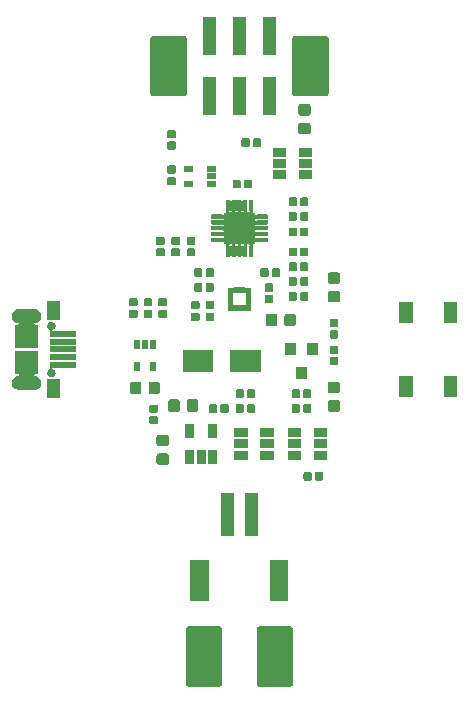
<source format=gbs>
G04 #@! TF.GenerationSoftware,KiCad,Pcbnew,(5.1.5-0-10_14)*
G04 #@! TF.CreationDate,2020-04-03T00:26:54-07:00*
G04 #@! TF.ProjectId,bike-light-board,62696b65-2d6c-4696-9768-742d626f6172,rev?*
G04 #@! TF.SameCoordinates,Original*
G04 #@! TF.FileFunction,Soldermask,Bot*
G04 #@! TF.FilePolarity,Negative*
%FSLAX46Y46*%
G04 Gerber Fmt 4.6, Leading zero omitted, Abs format (unit mm)*
G04 Created by KiCad (PCBNEW (5.1.5-0-10_14)) date 2020-04-03 00:26:54*
%MOMM*%
%LPD*%
G04 APERTURE LIST*
%ADD10C,0.100000*%
G04 APERTURE END LIST*
D10*
G36*
X165342143Y-127124793D02*
G01*
X165390752Y-127139538D01*
X165435542Y-127163479D01*
X165474805Y-127195702D01*
X165507028Y-127234965D01*
X165530969Y-127279755D01*
X165545714Y-127328364D01*
X165550999Y-127382025D01*
X165550999Y-131958991D01*
X165545714Y-132012652D01*
X165530969Y-132061261D01*
X165507028Y-132106051D01*
X165474805Y-132145314D01*
X165435542Y-132177537D01*
X165390752Y-132201478D01*
X165342143Y-132216223D01*
X165288482Y-132221508D01*
X162711516Y-132221508D01*
X162657855Y-132216223D01*
X162609246Y-132201478D01*
X162564456Y-132177537D01*
X162525193Y-132145314D01*
X162492970Y-132106051D01*
X162469029Y-132061261D01*
X162454284Y-132012652D01*
X162448999Y-131958991D01*
X162448999Y-127382025D01*
X162454284Y-127328364D01*
X162469029Y-127279755D01*
X162492970Y-127234965D01*
X162525193Y-127195702D01*
X162564456Y-127163479D01*
X162609246Y-127139538D01*
X162657855Y-127124793D01*
X162711516Y-127119508D01*
X165288482Y-127119508D01*
X165342143Y-127124793D01*
G37*
G36*
X159342143Y-127124793D02*
G01*
X159390752Y-127139538D01*
X159435542Y-127163479D01*
X159474805Y-127195702D01*
X159507028Y-127234965D01*
X159530969Y-127279755D01*
X159545714Y-127328364D01*
X159550999Y-127382025D01*
X159550999Y-131958991D01*
X159545714Y-132012652D01*
X159530969Y-132061261D01*
X159507028Y-132106051D01*
X159474805Y-132145314D01*
X159435542Y-132177537D01*
X159390752Y-132201478D01*
X159342143Y-132216223D01*
X159288482Y-132221508D01*
X156711516Y-132221508D01*
X156657855Y-132216223D01*
X156609246Y-132201478D01*
X156564456Y-132177537D01*
X156525193Y-132145314D01*
X156492970Y-132106051D01*
X156469029Y-132061261D01*
X156454284Y-132012652D01*
X156448999Y-131958991D01*
X156448999Y-127382025D01*
X156454284Y-127328364D01*
X156469029Y-127279755D01*
X156492970Y-127234965D01*
X156525193Y-127195702D01*
X156564456Y-127163479D01*
X156609246Y-127139538D01*
X156657855Y-127124793D01*
X156711516Y-127119508D01*
X159288482Y-127119508D01*
X159342143Y-127124793D01*
G37*
G36*
X165150999Y-124971508D02*
G01*
X163548999Y-124971508D01*
X163548999Y-121469508D01*
X165150999Y-121469508D01*
X165150999Y-124971508D01*
G37*
G36*
X158450999Y-124971508D02*
G01*
X156848999Y-124971508D01*
X156848999Y-121469508D01*
X158450999Y-121469508D01*
X158450999Y-124971508D01*
G37*
G36*
X162550999Y-119471508D02*
G01*
X161448999Y-119471508D01*
X161448999Y-115869508D01*
X162550999Y-115869508D01*
X162550999Y-119471508D01*
G37*
G36*
X160550999Y-119471508D02*
G01*
X159448999Y-119471508D01*
X159448999Y-115869508D01*
X160550999Y-115869508D01*
X160550999Y-119471508D01*
G37*
G36*
X166997246Y-114052523D02*
G01*
X167023683Y-114060543D01*
X167048052Y-114073568D01*
X167069410Y-114091097D01*
X167086939Y-114112455D01*
X167099964Y-114136824D01*
X167107984Y-114163261D01*
X167110999Y-114193875D01*
X167110999Y-114647141D01*
X167107984Y-114677755D01*
X167099964Y-114704192D01*
X167086939Y-114728561D01*
X167069410Y-114749919D01*
X167048052Y-114767448D01*
X167023683Y-114780473D01*
X166997246Y-114788493D01*
X166966632Y-114791508D01*
X166563366Y-114791508D01*
X166532752Y-114788493D01*
X166506315Y-114780473D01*
X166481946Y-114767448D01*
X166460588Y-114749919D01*
X166443059Y-114728561D01*
X166430034Y-114704192D01*
X166422014Y-114677755D01*
X166418999Y-114647141D01*
X166418999Y-114193875D01*
X166422014Y-114163261D01*
X166430034Y-114136824D01*
X166443059Y-114112455D01*
X166460588Y-114091097D01*
X166481946Y-114073568D01*
X166506315Y-114060543D01*
X166532752Y-114052523D01*
X166563366Y-114049508D01*
X166966632Y-114049508D01*
X166997246Y-114052523D01*
G37*
G36*
X167967246Y-114052523D02*
G01*
X167993683Y-114060543D01*
X168018052Y-114073568D01*
X168039410Y-114091097D01*
X168056939Y-114112455D01*
X168069964Y-114136824D01*
X168077984Y-114163261D01*
X168080999Y-114193875D01*
X168080999Y-114647141D01*
X168077984Y-114677755D01*
X168069964Y-114704192D01*
X168056939Y-114728561D01*
X168039410Y-114749919D01*
X168018052Y-114767448D01*
X167993683Y-114780473D01*
X167967246Y-114788493D01*
X167936632Y-114791508D01*
X167533366Y-114791508D01*
X167502752Y-114788493D01*
X167476315Y-114780473D01*
X167451946Y-114767448D01*
X167430588Y-114749919D01*
X167413059Y-114728561D01*
X167400034Y-114704192D01*
X167392014Y-114677755D01*
X167388999Y-114647141D01*
X167388999Y-114193875D01*
X167392014Y-114163261D01*
X167400034Y-114136824D01*
X167413059Y-114112455D01*
X167430588Y-114091097D01*
X167451946Y-114073568D01*
X167476315Y-114060543D01*
X167502752Y-114052523D01*
X167533366Y-114049508D01*
X167936632Y-114049508D01*
X167967246Y-114052523D01*
G37*
G36*
X154854893Y-112473892D02*
G01*
X154894704Y-112485968D01*
X154931389Y-112505577D01*
X154963543Y-112531964D01*
X154989930Y-112564118D01*
X155009539Y-112600803D01*
X155021615Y-112640614D01*
X155025999Y-112685125D01*
X155025999Y-113230891D01*
X155021615Y-113275402D01*
X155009539Y-113315213D01*
X154989930Y-113351898D01*
X154963543Y-113384052D01*
X154931389Y-113410439D01*
X154894704Y-113430048D01*
X154854893Y-113442124D01*
X154810382Y-113446508D01*
X154189616Y-113446508D01*
X154145105Y-113442124D01*
X154105294Y-113430048D01*
X154068609Y-113410439D01*
X154036455Y-113384052D01*
X154010068Y-113351898D01*
X153990459Y-113315213D01*
X153978383Y-113275402D01*
X153973999Y-113230891D01*
X153973999Y-112685125D01*
X153978383Y-112640614D01*
X153990459Y-112600803D01*
X154010068Y-112564118D01*
X154036455Y-112531964D01*
X154068609Y-112505577D01*
X154105294Y-112485968D01*
X154145105Y-112473892D01*
X154189616Y-112469508D01*
X154810382Y-112469508D01*
X154854893Y-112473892D01*
G37*
G36*
X159075999Y-113351508D02*
G01*
X158323999Y-113351508D01*
X158323999Y-112189508D01*
X159075999Y-112189508D01*
X159075999Y-113351508D01*
G37*
G36*
X158125999Y-113351508D02*
G01*
X157373999Y-113351508D01*
X157373999Y-112189508D01*
X158125999Y-112189508D01*
X158125999Y-113351508D01*
G37*
G36*
X157175999Y-113351508D02*
G01*
X156423999Y-113351508D01*
X156423999Y-112189508D01*
X157175999Y-112189508D01*
X157175999Y-113351508D01*
G37*
G36*
X166230999Y-112996508D02*
G01*
X165068999Y-112996508D01*
X165068999Y-112244508D01*
X166230999Y-112244508D01*
X166230999Y-112996508D01*
G37*
G36*
X163930999Y-112996508D02*
G01*
X162768999Y-112996508D01*
X162768999Y-112244508D01*
X163930999Y-112244508D01*
X163930999Y-112996508D01*
G37*
G36*
X161730999Y-112996508D02*
G01*
X160568999Y-112996508D01*
X160568999Y-112244508D01*
X161730999Y-112244508D01*
X161730999Y-112996508D01*
G37*
G36*
X168430999Y-112996508D02*
G01*
X167268999Y-112996508D01*
X167268999Y-112244508D01*
X168430999Y-112244508D01*
X168430999Y-112996508D01*
G37*
G36*
X168430999Y-112046508D02*
G01*
X167268999Y-112046508D01*
X167268999Y-111294508D01*
X168430999Y-111294508D01*
X168430999Y-112046508D01*
G37*
G36*
X166230999Y-112046508D02*
G01*
X165068999Y-112046508D01*
X165068999Y-111294508D01*
X166230999Y-111294508D01*
X166230999Y-112046508D01*
G37*
G36*
X163930999Y-112046508D02*
G01*
X162768999Y-112046508D01*
X162768999Y-111294508D01*
X163930999Y-111294508D01*
X163930999Y-112046508D01*
G37*
G36*
X161730999Y-112046508D02*
G01*
X160568999Y-112046508D01*
X160568999Y-111294508D01*
X161730999Y-111294508D01*
X161730999Y-112046508D01*
G37*
G36*
X154854893Y-110898892D02*
G01*
X154894704Y-110910968D01*
X154931389Y-110930577D01*
X154963543Y-110956964D01*
X154989930Y-110989118D01*
X155009539Y-111025803D01*
X155021615Y-111065614D01*
X155025999Y-111110125D01*
X155025999Y-111655891D01*
X155021615Y-111700402D01*
X155009539Y-111740213D01*
X154989930Y-111776898D01*
X154963543Y-111809052D01*
X154931389Y-111835439D01*
X154894704Y-111855048D01*
X154854893Y-111867124D01*
X154810382Y-111871508D01*
X154189616Y-111871508D01*
X154145105Y-111867124D01*
X154105294Y-111855048D01*
X154068609Y-111835439D01*
X154036455Y-111809052D01*
X154010068Y-111776898D01*
X153990459Y-111740213D01*
X153978383Y-111700402D01*
X153973999Y-111655891D01*
X153973999Y-111110125D01*
X153978383Y-111065614D01*
X153990459Y-111025803D01*
X154010068Y-110989118D01*
X154036455Y-110956964D01*
X154068609Y-110930577D01*
X154105294Y-110910968D01*
X154145105Y-110898892D01*
X154189616Y-110894508D01*
X154810382Y-110894508D01*
X154854893Y-110898892D01*
G37*
G36*
X159075999Y-111151508D02*
G01*
X158323999Y-111151508D01*
X158323999Y-109989508D01*
X159075999Y-109989508D01*
X159075999Y-111151508D01*
G37*
G36*
X157175999Y-111151508D02*
G01*
X156423999Y-111151508D01*
X156423999Y-109989508D01*
X157175999Y-109989508D01*
X157175999Y-111151508D01*
G37*
G36*
X168430999Y-111096508D02*
G01*
X167268999Y-111096508D01*
X167268999Y-110344508D01*
X168430999Y-110344508D01*
X168430999Y-111096508D01*
G37*
G36*
X166230999Y-111096508D02*
G01*
X165068999Y-111096508D01*
X165068999Y-110344508D01*
X166230999Y-110344508D01*
X166230999Y-111096508D01*
G37*
G36*
X161730999Y-111096508D02*
G01*
X160568999Y-111096508D01*
X160568999Y-110344508D01*
X161730999Y-110344508D01*
X161730999Y-111096508D01*
G37*
G36*
X163930999Y-111096508D02*
G01*
X162768999Y-111096508D01*
X162768999Y-110344508D01*
X163930999Y-110344508D01*
X163930999Y-111096508D01*
G37*
G36*
X154007246Y-109312523D02*
G01*
X154033683Y-109320543D01*
X154058052Y-109333568D01*
X154079410Y-109351097D01*
X154096939Y-109372455D01*
X154109964Y-109396824D01*
X154117984Y-109423261D01*
X154120999Y-109453875D01*
X154120999Y-109857141D01*
X154117984Y-109887755D01*
X154109964Y-109914192D01*
X154096939Y-109938561D01*
X154079410Y-109959919D01*
X154058052Y-109977448D01*
X154033683Y-109990473D01*
X154007246Y-109998493D01*
X153976632Y-110001508D01*
X153523366Y-110001508D01*
X153492752Y-109998493D01*
X153466315Y-109990473D01*
X153441946Y-109977448D01*
X153420588Y-109959919D01*
X153403059Y-109938561D01*
X153390034Y-109914192D01*
X153382014Y-109887755D01*
X153378999Y-109857141D01*
X153378999Y-109453875D01*
X153382014Y-109423261D01*
X153390034Y-109396824D01*
X153403059Y-109372455D01*
X153420588Y-109351097D01*
X153441946Y-109333568D01*
X153466315Y-109320543D01*
X153492752Y-109312523D01*
X153523366Y-109309508D01*
X153976632Y-109309508D01*
X154007246Y-109312523D01*
G37*
G36*
X161247246Y-108302523D02*
G01*
X161273683Y-108310543D01*
X161298052Y-108323568D01*
X161319410Y-108341097D01*
X161336939Y-108362455D01*
X161349964Y-108386824D01*
X161357984Y-108413261D01*
X161360999Y-108443875D01*
X161360999Y-108897141D01*
X161357984Y-108927755D01*
X161349964Y-108954192D01*
X161336939Y-108978561D01*
X161319410Y-108999919D01*
X161298052Y-109017448D01*
X161273683Y-109030473D01*
X161247246Y-109038493D01*
X161216632Y-109041508D01*
X160813366Y-109041508D01*
X160782752Y-109038493D01*
X160756315Y-109030473D01*
X160731946Y-109017448D01*
X160710588Y-108999919D01*
X160693059Y-108978561D01*
X160680034Y-108954192D01*
X160672014Y-108927755D01*
X160668999Y-108897141D01*
X160668999Y-108443875D01*
X160672014Y-108413261D01*
X160680034Y-108386824D01*
X160693059Y-108362455D01*
X160710588Y-108341097D01*
X160731946Y-108323568D01*
X160756315Y-108310543D01*
X160782752Y-108302523D01*
X160813366Y-108299508D01*
X161216632Y-108299508D01*
X161247246Y-108302523D01*
G37*
G36*
X162217246Y-108302523D02*
G01*
X162243683Y-108310543D01*
X162268052Y-108323568D01*
X162289410Y-108341097D01*
X162306939Y-108362455D01*
X162319964Y-108386824D01*
X162327984Y-108413261D01*
X162330999Y-108443875D01*
X162330999Y-108897141D01*
X162327984Y-108927755D01*
X162319964Y-108954192D01*
X162306939Y-108978561D01*
X162289410Y-108999919D01*
X162268052Y-109017448D01*
X162243683Y-109030473D01*
X162217246Y-109038493D01*
X162186632Y-109041508D01*
X161783366Y-109041508D01*
X161752752Y-109038493D01*
X161726315Y-109030473D01*
X161701946Y-109017448D01*
X161680588Y-108999919D01*
X161663059Y-108978561D01*
X161650034Y-108954192D01*
X161642014Y-108927755D01*
X161638999Y-108897141D01*
X161638999Y-108443875D01*
X161642014Y-108413261D01*
X161650034Y-108386824D01*
X161663059Y-108362455D01*
X161680588Y-108341097D01*
X161701946Y-108323568D01*
X161726315Y-108310543D01*
X161752752Y-108302523D01*
X161783366Y-108299508D01*
X162186632Y-108299508D01*
X162217246Y-108302523D01*
G37*
G36*
X165997246Y-108302523D02*
G01*
X166023683Y-108310543D01*
X166048052Y-108323568D01*
X166069410Y-108341097D01*
X166086939Y-108362455D01*
X166099964Y-108386824D01*
X166107984Y-108413261D01*
X166110999Y-108443875D01*
X166110999Y-108897141D01*
X166107984Y-108927755D01*
X166099964Y-108954192D01*
X166086939Y-108978561D01*
X166069410Y-108999919D01*
X166048052Y-109017448D01*
X166023683Y-109030473D01*
X165997246Y-109038493D01*
X165966632Y-109041508D01*
X165563366Y-109041508D01*
X165532752Y-109038493D01*
X165506315Y-109030473D01*
X165481946Y-109017448D01*
X165460588Y-108999919D01*
X165443059Y-108978561D01*
X165430034Y-108954192D01*
X165422014Y-108927755D01*
X165418999Y-108897141D01*
X165418999Y-108443875D01*
X165422014Y-108413261D01*
X165430034Y-108386824D01*
X165443059Y-108362455D01*
X165460588Y-108341097D01*
X165481946Y-108323568D01*
X165506315Y-108310543D01*
X165532752Y-108302523D01*
X165563366Y-108299508D01*
X165966632Y-108299508D01*
X165997246Y-108302523D01*
G37*
G36*
X166967246Y-108302523D02*
G01*
X166993683Y-108310543D01*
X167018052Y-108323568D01*
X167039410Y-108341097D01*
X167056939Y-108362455D01*
X167069964Y-108386824D01*
X167077984Y-108413261D01*
X167080999Y-108443875D01*
X167080999Y-108897141D01*
X167077984Y-108927755D01*
X167069964Y-108954192D01*
X167056939Y-108978561D01*
X167039410Y-108999919D01*
X167018052Y-109017448D01*
X166993683Y-109030473D01*
X166967246Y-109038493D01*
X166936632Y-109041508D01*
X166533366Y-109041508D01*
X166502752Y-109038493D01*
X166476315Y-109030473D01*
X166451946Y-109017448D01*
X166430588Y-108999919D01*
X166413059Y-108978561D01*
X166400034Y-108954192D01*
X166392014Y-108927755D01*
X166388999Y-108897141D01*
X166388999Y-108443875D01*
X166392014Y-108413261D01*
X166400034Y-108386824D01*
X166413059Y-108362455D01*
X166430588Y-108341097D01*
X166451946Y-108323568D01*
X166476315Y-108310543D01*
X166502752Y-108302523D01*
X166533366Y-108299508D01*
X166936632Y-108299508D01*
X166967246Y-108302523D01*
G37*
G36*
X159967246Y-108302523D02*
G01*
X159993683Y-108310543D01*
X160018052Y-108323568D01*
X160039410Y-108341097D01*
X160056939Y-108362455D01*
X160069964Y-108386824D01*
X160077984Y-108413261D01*
X160080999Y-108443875D01*
X160080999Y-108897141D01*
X160077984Y-108927755D01*
X160069964Y-108954192D01*
X160056939Y-108978561D01*
X160039410Y-108999919D01*
X160018052Y-109017448D01*
X159993683Y-109030473D01*
X159967246Y-109038493D01*
X159936632Y-109041508D01*
X159533366Y-109041508D01*
X159502752Y-109038493D01*
X159476315Y-109030473D01*
X159451946Y-109017448D01*
X159430588Y-108999919D01*
X159413059Y-108978561D01*
X159400034Y-108954192D01*
X159392014Y-108927755D01*
X159388999Y-108897141D01*
X159388999Y-108443875D01*
X159392014Y-108413261D01*
X159400034Y-108386824D01*
X159413059Y-108362455D01*
X159430588Y-108341097D01*
X159451946Y-108323568D01*
X159476315Y-108310543D01*
X159502752Y-108302523D01*
X159533366Y-108299508D01*
X159936632Y-108299508D01*
X159967246Y-108302523D01*
G37*
G36*
X158997246Y-108302523D02*
G01*
X159023683Y-108310543D01*
X159048052Y-108323568D01*
X159069410Y-108341097D01*
X159086939Y-108362455D01*
X159099964Y-108386824D01*
X159107984Y-108413261D01*
X159110999Y-108443875D01*
X159110999Y-108897141D01*
X159107984Y-108927755D01*
X159099964Y-108954192D01*
X159086939Y-108978561D01*
X159069410Y-108999919D01*
X159048052Y-109017448D01*
X159023683Y-109030473D01*
X158997246Y-109038493D01*
X158966632Y-109041508D01*
X158563366Y-109041508D01*
X158532752Y-109038493D01*
X158506315Y-109030473D01*
X158481946Y-109017448D01*
X158460588Y-108999919D01*
X158443059Y-108978561D01*
X158430034Y-108954192D01*
X158422014Y-108927755D01*
X158418999Y-108897141D01*
X158418999Y-108443875D01*
X158422014Y-108413261D01*
X158430034Y-108386824D01*
X158443059Y-108362455D01*
X158460588Y-108341097D01*
X158481946Y-108323568D01*
X158506315Y-108310543D01*
X158532752Y-108302523D01*
X158563366Y-108299508D01*
X158966632Y-108299508D01*
X158997246Y-108302523D01*
G37*
G36*
X154007246Y-108342523D02*
G01*
X154033683Y-108350543D01*
X154058052Y-108363568D01*
X154079410Y-108381097D01*
X154096939Y-108402455D01*
X154109964Y-108426824D01*
X154117984Y-108453261D01*
X154120999Y-108483875D01*
X154120999Y-108887141D01*
X154117984Y-108917755D01*
X154109964Y-108944192D01*
X154096939Y-108968561D01*
X154079410Y-108989919D01*
X154058052Y-109007448D01*
X154033683Y-109020473D01*
X154007246Y-109028493D01*
X153976632Y-109031508D01*
X153523366Y-109031508D01*
X153492752Y-109028493D01*
X153466315Y-109020473D01*
X153441946Y-109007448D01*
X153420588Y-108989919D01*
X153403059Y-108968561D01*
X153390034Y-108944192D01*
X153382014Y-108917755D01*
X153378999Y-108887141D01*
X153378999Y-108483875D01*
X153382014Y-108453261D01*
X153390034Y-108426824D01*
X153403059Y-108402455D01*
X153420588Y-108381097D01*
X153441946Y-108363568D01*
X153466315Y-108350543D01*
X153492752Y-108342523D01*
X153523366Y-108339508D01*
X153976632Y-108339508D01*
X154007246Y-108342523D01*
G37*
G36*
X157354893Y-107898892D02*
G01*
X157394704Y-107910968D01*
X157431389Y-107930577D01*
X157463543Y-107956964D01*
X157489930Y-107989118D01*
X157509539Y-108025803D01*
X157521615Y-108065614D01*
X157525999Y-108110125D01*
X157525999Y-108730891D01*
X157521615Y-108775402D01*
X157509539Y-108815213D01*
X157489930Y-108851898D01*
X157463543Y-108884052D01*
X157431389Y-108910439D01*
X157394704Y-108930048D01*
X157354893Y-108942124D01*
X157310382Y-108946508D01*
X156764616Y-108946508D01*
X156720105Y-108942124D01*
X156680294Y-108930048D01*
X156643609Y-108910439D01*
X156611455Y-108884052D01*
X156585068Y-108851898D01*
X156565459Y-108815213D01*
X156553383Y-108775402D01*
X156548999Y-108730891D01*
X156548999Y-108110125D01*
X156553383Y-108065614D01*
X156565459Y-108025803D01*
X156585068Y-107989118D01*
X156611455Y-107956964D01*
X156643609Y-107930577D01*
X156680294Y-107910968D01*
X156720105Y-107898892D01*
X156764616Y-107894508D01*
X157310382Y-107894508D01*
X157354893Y-107898892D01*
G37*
G36*
X155779893Y-107898892D02*
G01*
X155819704Y-107910968D01*
X155856389Y-107930577D01*
X155888543Y-107956964D01*
X155914930Y-107989118D01*
X155934539Y-108025803D01*
X155946615Y-108065614D01*
X155950999Y-108110125D01*
X155950999Y-108730891D01*
X155946615Y-108775402D01*
X155934539Y-108815213D01*
X155914930Y-108851898D01*
X155888543Y-108884052D01*
X155856389Y-108910439D01*
X155819704Y-108930048D01*
X155779893Y-108942124D01*
X155735382Y-108946508D01*
X155189616Y-108946508D01*
X155145105Y-108942124D01*
X155105294Y-108930048D01*
X155068609Y-108910439D01*
X155036455Y-108884052D01*
X155010068Y-108851898D01*
X154990459Y-108815213D01*
X154978383Y-108775402D01*
X154973999Y-108730891D01*
X154973999Y-108110125D01*
X154978383Y-108065614D01*
X154990459Y-108025803D01*
X155010068Y-107989118D01*
X155036455Y-107956964D01*
X155068609Y-107930577D01*
X155105294Y-107910968D01*
X155145105Y-107898892D01*
X155189616Y-107894508D01*
X155735382Y-107894508D01*
X155779893Y-107898892D01*
G37*
G36*
X169354893Y-107973892D02*
G01*
X169394704Y-107985968D01*
X169431389Y-108005577D01*
X169463543Y-108031964D01*
X169489930Y-108064118D01*
X169509539Y-108100803D01*
X169521615Y-108140614D01*
X169525999Y-108185125D01*
X169525999Y-108730891D01*
X169521615Y-108775402D01*
X169509539Y-108815213D01*
X169489930Y-108851898D01*
X169463543Y-108884052D01*
X169431389Y-108910439D01*
X169394704Y-108930048D01*
X169354893Y-108942124D01*
X169310382Y-108946508D01*
X168689616Y-108946508D01*
X168645105Y-108942124D01*
X168605294Y-108930048D01*
X168568609Y-108910439D01*
X168536455Y-108884052D01*
X168510068Y-108851898D01*
X168490459Y-108815213D01*
X168478383Y-108775402D01*
X168473999Y-108730891D01*
X168473999Y-108185125D01*
X168478383Y-108140614D01*
X168490459Y-108100803D01*
X168510068Y-108064118D01*
X168536455Y-108031964D01*
X168568609Y-108005577D01*
X168605294Y-107985968D01*
X168645105Y-107973892D01*
X168689616Y-107969508D01*
X169310382Y-107969508D01*
X169354893Y-107973892D01*
G37*
G36*
X162217246Y-107052523D02*
G01*
X162243683Y-107060543D01*
X162268052Y-107073568D01*
X162289410Y-107091097D01*
X162306939Y-107112455D01*
X162319964Y-107136824D01*
X162327984Y-107163261D01*
X162330999Y-107193875D01*
X162330999Y-107647141D01*
X162327984Y-107677755D01*
X162319964Y-107704192D01*
X162306939Y-107728561D01*
X162289410Y-107749919D01*
X162268052Y-107767448D01*
X162243683Y-107780473D01*
X162217246Y-107788493D01*
X162186632Y-107791508D01*
X161783366Y-107791508D01*
X161752752Y-107788493D01*
X161726315Y-107780473D01*
X161701946Y-107767448D01*
X161680588Y-107749919D01*
X161663059Y-107728561D01*
X161650034Y-107704192D01*
X161642014Y-107677755D01*
X161638999Y-107647141D01*
X161638999Y-107193875D01*
X161642014Y-107163261D01*
X161650034Y-107136824D01*
X161663059Y-107112455D01*
X161680588Y-107091097D01*
X161701946Y-107073568D01*
X161726315Y-107060543D01*
X161752752Y-107052523D01*
X161783366Y-107049508D01*
X162186632Y-107049508D01*
X162217246Y-107052523D01*
G37*
G36*
X166967246Y-107052523D02*
G01*
X166993683Y-107060543D01*
X167018052Y-107073568D01*
X167039410Y-107091097D01*
X167056939Y-107112455D01*
X167069964Y-107136824D01*
X167077984Y-107163261D01*
X167080999Y-107193875D01*
X167080999Y-107647141D01*
X167077984Y-107677755D01*
X167069964Y-107704192D01*
X167056939Y-107728561D01*
X167039410Y-107749919D01*
X167018052Y-107767448D01*
X166993683Y-107780473D01*
X166967246Y-107788493D01*
X166936632Y-107791508D01*
X166533366Y-107791508D01*
X166502752Y-107788493D01*
X166476315Y-107780473D01*
X166451946Y-107767448D01*
X166430588Y-107749919D01*
X166413059Y-107728561D01*
X166400034Y-107704192D01*
X166392014Y-107677755D01*
X166388999Y-107647141D01*
X166388999Y-107193875D01*
X166392014Y-107163261D01*
X166400034Y-107136824D01*
X166413059Y-107112455D01*
X166430588Y-107091097D01*
X166451946Y-107073568D01*
X166476315Y-107060543D01*
X166502752Y-107052523D01*
X166533366Y-107049508D01*
X166936632Y-107049508D01*
X166967246Y-107052523D01*
G37*
G36*
X165997246Y-107052523D02*
G01*
X166023683Y-107060543D01*
X166048052Y-107073568D01*
X166069410Y-107091097D01*
X166086939Y-107112455D01*
X166099964Y-107136824D01*
X166107984Y-107163261D01*
X166110999Y-107193875D01*
X166110999Y-107647141D01*
X166107984Y-107677755D01*
X166099964Y-107704192D01*
X166086939Y-107728561D01*
X166069410Y-107749919D01*
X166048052Y-107767448D01*
X166023683Y-107780473D01*
X165997246Y-107788493D01*
X165966632Y-107791508D01*
X165563366Y-107791508D01*
X165532752Y-107788493D01*
X165506315Y-107780473D01*
X165481946Y-107767448D01*
X165460588Y-107749919D01*
X165443059Y-107728561D01*
X165430034Y-107704192D01*
X165422014Y-107677755D01*
X165418999Y-107647141D01*
X165418999Y-107193875D01*
X165422014Y-107163261D01*
X165430034Y-107136824D01*
X165443059Y-107112455D01*
X165460588Y-107091097D01*
X165481946Y-107073568D01*
X165506315Y-107060543D01*
X165532752Y-107052523D01*
X165563366Y-107049508D01*
X165966632Y-107049508D01*
X165997246Y-107052523D01*
G37*
G36*
X161247246Y-107052523D02*
G01*
X161273683Y-107060543D01*
X161298052Y-107073568D01*
X161319410Y-107091097D01*
X161336939Y-107112455D01*
X161349964Y-107136824D01*
X161357984Y-107163261D01*
X161360999Y-107193875D01*
X161360999Y-107647141D01*
X161357984Y-107677755D01*
X161349964Y-107704192D01*
X161336939Y-107728561D01*
X161319410Y-107749919D01*
X161298052Y-107767448D01*
X161273683Y-107780473D01*
X161247246Y-107788493D01*
X161216632Y-107791508D01*
X160813366Y-107791508D01*
X160782752Y-107788493D01*
X160756315Y-107780473D01*
X160731946Y-107767448D01*
X160710588Y-107749919D01*
X160693059Y-107728561D01*
X160680034Y-107704192D01*
X160672014Y-107677755D01*
X160668999Y-107647141D01*
X160668999Y-107193875D01*
X160672014Y-107163261D01*
X160680034Y-107136824D01*
X160693059Y-107112455D01*
X160710588Y-107091097D01*
X160731946Y-107073568D01*
X160756315Y-107060543D01*
X160782752Y-107052523D01*
X160813366Y-107049508D01*
X161216632Y-107049508D01*
X161247246Y-107052523D01*
G37*
G36*
X145775999Y-107771508D02*
G01*
X144673999Y-107771508D01*
X144673999Y-106169508D01*
X145775999Y-106169508D01*
X145775999Y-107771508D01*
G37*
G36*
X179450999Y-107721508D02*
G01*
X178348999Y-107721508D01*
X178348999Y-105919508D01*
X179450999Y-105919508D01*
X179450999Y-107721508D01*
G37*
G36*
X175650999Y-107721508D02*
G01*
X174548999Y-107721508D01*
X174548999Y-105919508D01*
X175650999Y-105919508D01*
X175650999Y-107721508D01*
G37*
G36*
X154104893Y-106398892D02*
G01*
X154144704Y-106410968D01*
X154181389Y-106430577D01*
X154213543Y-106456964D01*
X154239930Y-106489118D01*
X154259539Y-106525803D01*
X154271615Y-106565614D01*
X154275999Y-106610125D01*
X154275999Y-107230891D01*
X154271615Y-107275402D01*
X154259539Y-107315213D01*
X154239930Y-107351898D01*
X154213543Y-107384052D01*
X154181389Y-107410439D01*
X154144704Y-107430048D01*
X154104893Y-107442124D01*
X154060382Y-107446508D01*
X153514616Y-107446508D01*
X153470105Y-107442124D01*
X153430294Y-107430048D01*
X153393609Y-107410439D01*
X153361455Y-107384052D01*
X153335068Y-107351898D01*
X153315459Y-107315213D01*
X153303383Y-107275402D01*
X153298999Y-107230891D01*
X153298999Y-106610125D01*
X153303383Y-106565614D01*
X153315459Y-106525803D01*
X153335068Y-106489118D01*
X153361455Y-106456964D01*
X153393609Y-106430577D01*
X153430294Y-106410968D01*
X153470105Y-106398892D01*
X153514616Y-106394508D01*
X154060382Y-106394508D01*
X154104893Y-106398892D01*
G37*
G36*
X152529893Y-106398892D02*
G01*
X152569704Y-106410968D01*
X152606389Y-106430577D01*
X152638543Y-106456964D01*
X152664930Y-106489118D01*
X152684539Y-106525803D01*
X152696615Y-106565614D01*
X152700999Y-106610125D01*
X152700999Y-107230891D01*
X152696615Y-107275402D01*
X152684539Y-107315213D01*
X152664930Y-107351898D01*
X152638543Y-107384052D01*
X152606389Y-107410439D01*
X152569704Y-107430048D01*
X152529893Y-107442124D01*
X152485382Y-107446508D01*
X151939616Y-107446508D01*
X151895105Y-107442124D01*
X151855294Y-107430048D01*
X151818609Y-107410439D01*
X151786455Y-107384052D01*
X151760068Y-107351898D01*
X151740459Y-107315213D01*
X151728383Y-107275402D01*
X151723999Y-107230891D01*
X151723999Y-106610125D01*
X151728383Y-106565614D01*
X151740459Y-106525803D01*
X151760068Y-106489118D01*
X151786455Y-106456964D01*
X151818609Y-106430577D01*
X151855294Y-106410968D01*
X151895105Y-106398892D01*
X151939616Y-106394508D01*
X152485382Y-106394508D01*
X152529893Y-106398892D01*
G37*
G36*
X169354893Y-106398892D02*
G01*
X169394704Y-106410968D01*
X169431389Y-106430577D01*
X169463543Y-106456964D01*
X169489930Y-106489118D01*
X169509539Y-106525803D01*
X169521615Y-106565614D01*
X169525999Y-106610125D01*
X169525999Y-107155891D01*
X169521615Y-107200402D01*
X169509539Y-107240213D01*
X169489930Y-107276898D01*
X169463543Y-107309052D01*
X169431389Y-107335439D01*
X169394704Y-107355048D01*
X169354893Y-107367124D01*
X169310382Y-107371508D01*
X168689616Y-107371508D01*
X168645105Y-107367124D01*
X168605294Y-107355048D01*
X168568609Y-107335439D01*
X168536455Y-107309052D01*
X168510068Y-107276898D01*
X168490459Y-107240213D01*
X168478383Y-107200402D01*
X168473999Y-107155891D01*
X168473999Y-106610125D01*
X168478383Y-106565614D01*
X168490459Y-106525803D01*
X168510068Y-106489118D01*
X168536455Y-106456964D01*
X168568609Y-106430577D01*
X168605294Y-106410968D01*
X168645105Y-106398892D01*
X168689616Y-106394508D01*
X169310382Y-106394508D01*
X169354893Y-106398892D01*
G37*
G36*
X143975999Y-105771508D02*
G01*
X143698233Y-105771508D01*
X143685845Y-105772728D01*
X143673933Y-105776342D01*
X143662955Y-105782210D01*
X143653332Y-105790106D01*
X143645436Y-105799729D01*
X143639568Y-105810707D01*
X143635954Y-105822619D01*
X143634734Y-105835007D01*
X143635954Y-105847395D01*
X143639568Y-105859307D01*
X143645436Y-105870285D01*
X143653332Y-105879908D01*
X143662955Y-105887804D01*
X143673933Y-105893672D01*
X143685845Y-105897286D01*
X143692009Y-105898200D01*
X143742813Y-105903204D01*
X143856107Y-105937571D01*
X143960514Y-105993378D01*
X144052027Y-106068480D01*
X144127129Y-106159993D01*
X144182936Y-106264400D01*
X144217303Y-106377694D01*
X144228907Y-106495508D01*
X144217303Y-106613322D01*
X144182936Y-106726616D01*
X144127129Y-106831023D01*
X144052027Y-106922536D01*
X143960514Y-106997638D01*
X143856107Y-107053445D01*
X143742813Y-107087812D01*
X143654524Y-107096508D01*
X142295474Y-107096508D01*
X142207185Y-107087812D01*
X142093891Y-107053445D01*
X141989484Y-106997638D01*
X141897971Y-106922536D01*
X141822869Y-106831023D01*
X141767062Y-106726616D01*
X141732695Y-106613322D01*
X141721091Y-106495508D01*
X141732695Y-106377694D01*
X141767062Y-106264400D01*
X141822869Y-106159993D01*
X141897971Y-106068480D01*
X141989484Y-105993378D01*
X142093891Y-105937571D01*
X142207185Y-105903204D01*
X142257989Y-105898200D01*
X142270198Y-105895772D01*
X142281698Y-105891008D01*
X142292048Y-105884092D01*
X142300850Y-105875290D01*
X142307766Y-105864940D01*
X142312530Y-105853440D01*
X142314958Y-105841231D01*
X142314958Y-105828783D01*
X142312530Y-105816574D01*
X142307766Y-105805074D01*
X142300850Y-105794724D01*
X142292048Y-105785922D01*
X142281698Y-105779006D01*
X142270198Y-105774242D01*
X142257989Y-105771814D01*
X142251765Y-105771508D01*
X141973999Y-105771508D01*
X141973999Y-103769508D01*
X143975999Y-103769508D01*
X143975999Y-105771508D01*
G37*
G36*
X166700999Y-106171508D02*
G01*
X165798999Y-106171508D01*
X165798999Y-105169508D01*
X166700999Y-105169508D01*
X166700999Y-106171508D01*
G37*
G36*
X147125999Y-105221508D02*
G01*
X145227456Y-105221508D01*
X145215068Y-105222728D01*
X145203156Y-105226342D01*
X145192178Y-105232210D01*
X145182555Y-105240106D01*
X145174659Y-105249729D01*
X145168791Y-105260707D01*
X145165177Y-105272619D01*
X145163957Y-105285007D01*
X145165177Y-105297395D01*
X145168791Y-105309307D01*
X145174659Y-105320285D01*
X145182555Y-105329908D01*
X145192178Y-105337804D01*
X145203157Y-105343673D01*
X145241263Y-105359457D01*
X145298744Y-105397864D01*
X145347643Y-105446763D01*
X145386050Y-105504244D01*
X145412510Y-105568125D01*
X145425999Y-105635938D01*
X145425999Y-105705078D01*
X145412510Y-105772891D01*
X145386050Y-105836772D01*
X145347643Y-105894253D01*
X145298744Y-105943152D01*
X145241263Y-105981559D01*
X145177382Y-106008019D01*
X145109569Y-106021508D01*
X145040429Y-106021508D01*
X144972616Y-106008019D01*
X144908735Y-105981559D01*
X144851254Y-105943152D01*
X144802355Y-105894253D01*
X144763948Y-105836772D01*
X144737488Y-105772891D01*
X144723999Y-105705078D01*
X144723999Y-105635938D01*
X144737488Y-105568125D01*
X144763948Y-105504244D01*
X144802355Y-105446763D01*
X144851254Y-105397864D01*
X144908735Y-105359457D01*
X144946841Y-105343673D01*
X144957820Y-105337805D01*
X144967442Y-105329908D01*
X144975339Y-105320286D01*
X144981207Y-105309308D01*
X144984821Y-105297396D01*
X144986041Y-105285008D01*
X144984821Y-105272620D01*
X144981208Y-105260708D01*
X144975340Y-105249729D01*
X144967443Y-105240107D01*
X144957821Y-105232210D01*
X144946843Y-105226342D01*
X144934931Y-105222728D01*
X144923999Y-105221651D01*
X144923999Y-104719508D01*
X147125999Y-104719508D01*
X147125999Y-105221508D01*
G37*
G36*
X158800999Y-105621508D02*
G01*
X156198999Y-105621508D01*
X156198999Y-103719508D01*
X158800999Y-103719508D01*
X158800999Y-105621508D01*
G37*
G36*
X162800999Y-105621508D02*
G01*
X160198999Y-105621508D01*
X160198999Y-103719508D01*
X162800999Y-103719508D01*
X162800999Y-105621508D01*
G37*
G36*
X152600999Y-105496508D02*
G01*
X152098999Y-105496508D01*
X152098999Y-104744508D01*
X152600999Y-104744508D01*
X152600999Y-105496508D01*
G37*
G36*
X153900999Y-105496508D02*
G01*
X153398999Y-105496508D01*
X153398999Y-104744508D01*
X153900999Y-104744508D01*
X153900999Y-105496508D01*
G37*
G36*
X169257246Y-104312523D02*
G01*
X169283683Y-104320543D01*
X169308052Y-104333568D01*
X169329410Y-104351097D01*
X169346939Y-104372455D01*
X169359964Y-104396824D01*
X169367984Y-104423261D01*
X169370999Y-104453875D01*
X169370999Y-104857141D01*
X169367984Y-104887755D01*
X169359964Y-104914192D01*
X169346939Y-104938561D01*
X169329410Y-104959919D01*
X169308052Y-104977448D01*
X169283683Y-104990473D01*
X169257246Y-104998493D01*
X169226632Y-105001508D01*
X168773366Y-105001508D01*
X168742752Y-104998493D01*
X168716315Y-104990473D01*
X168691946Y-104977448D01*
X168670588Y-104959919D01*
X168653059Y-104938561D01*
X168640034Y-104914192D01*
X168632014Y-104887755D01*
X168628999Y-104857141D01*
X168628999Y-104453875D01*
X168632014Y-104423261D01*
X168640034Y-104396824D01*
X168653059Y-104372455D01*
X168670588Y-104351097D01*
X168691946Y-104333568D01*
X168716315Y-104320543D01*
X168742752Y-104312523D01*
X168773366Y-104309508D01*
X169226632Y-104309508D01*
X169257246Y-104312523D01*
G37*
G36*
X147125999Y-104571508D02*
G01*
X144923999Y-104571508D01*
X144923999Y-104069508D01*
X147125999Y-104069508D01*
X147125999Y-104571508D01*
G37*
G36*
X167650999Y-104171508D02*
G01*
X166748999Y-104171508D01*
X166748999Y-103169508D01*
X167650999Y-103169508D01*
X167650999Y-104171508D01*
G37*
G36*
X165750999Y-104171508D02*
G01*
X164848999Y-104171508D01*
X164848999Y-103169508D01*
X165750999Y-103169508D01*
X165750999Y-104171508D01*
G37*
G36*
X169257246Y-103342523D02*
G01*
X169283683Y-103350543D01*
X169308052Y-103363568D01*
X169329410Y-103381097D01*
X169346939Y-103402455D01*
X169359964Y-103426824D01*
X169367984Y-103453261D01*
X169370999Y-103483875D01*
X169370999Y-103887141D01*
X169367984Y-103917755D01*
X169359964Y-103944192D01*
X169346939Y-103968561D01*
X169329410Y-103989919D01*
X169308052Y-104007448D01*
X169283683Y-104020473D01*
X169257246Y-104028493D01*
X169226632Y-104031508D01*
X168773366Y-104031508D01*
X168742752Y-104028493D01*
X168716315Y-104020473D01*
X168691946Y-104007448D01*
X168670588Y-103989919D01*
X168653059Y-103968561D01*
X168640034Y-103944192D01*
X168632014Y-103917755D01*
X168628999Y-103887141D01*
X168628999Y-103483875D01*
X168632014Y-103453261D01*
X168640034Y-103426824D01*
X168653059Y-103402455D01*
X168670588Y-103381097D01*
X168691946Y-103363568D01*
X168716315Y-103350543D01*
X168742752Y-103342523D01*
X168773366Y-103339508D01*
X169226632Y-103339508D01*
X169257246Y-103342523D01*
G37*
G36*
X147125999Y-103921508D02*
G01*
X144923999Y-103921508D01*
X144923999Y-103419508D01*
X147125999Y-103419508D01*
X147125999Y-103921508D01*
G37*
G36*
X153250999Y-103596508D02*
G01*
X152748999Y-103596508D01*
X152748999Y-102844508D01*
X153250999Y-102844508D01*
X153250999Y-103596508D01*
G37*
G36*
X153900999Y-103596508D02*
G01*
X153398999Y-103596508D01*
X153398999Y-102844508D01*
X153900999Y-102844508D01*
X153900999Y-103596508D01*
G37*
G36*
X152600999Y-103596508D02*
G01*
X152098999Y-103596508D01*
X152098999Y-102844508D01*
X152600999Y-102844508D01*
X152600999Y-103596508D01*
G37*
G36*
X143742813Y-100253204D02*
G01*
X143856107Y-100287571D01*
X143960514Y-100343378D01*
X144052027Y-100418480D01*
X144127129Y-100509993D01*
X144182936Y-100614400D01*
X144217303Y-100727694D01*
X144228907Y-100845508D01*
X144217303Y-100963322D01*
X144182936Y-101076616D01*
X144127129Y-101181023D01*
X144052027Y-101272536D01*
X143960514Y-101347638D01*
X143856107Y-101403445D01*
X143742813Y-101437812D01*
X143692009Y-101442816D01*
X143679800Y-101445244D01*
X143668300Y-101450008D01*
X143657950Y-101456924D01*
X143649148Y-101465726D01*
X143642232Y-101476076D01*
X143637468Y-101487576D01*
X143635040Y-101499785D01*
X143635040Y-101512233D01*
X143637468Y-101524442D01*
X143642232Y-101535942D01*
X143649148Y-101546292D01*
X143657950Y-101555094D01*
X143668300Y-101562010D01*
X143679800Y-101566774D01*
X143692009Y-101569202D01*
X143698233Y-101569508D01*
X143975999Y-101569508D01*
X143975999Y-103571508D01*
X141973999Y-103571508D01*
X141973999Y-101569508D01*
X142251765Y-101569508D01*
X142264153Y-101568288D01*
X142276065Y-101564674D01*
X142287043Y-101558806D01*
X142296666Y-101550910D01*
X142304562Y-101541287D01*
X142310430Y-101530309D01*
X142314044Y-101518397D01*
X142315264Y-101506009D01*
X142314044Y-101493621D01*
X142310430Y-101481709D01*
X142304562Y-101470731D01*
X142296666Y-101461108D01*
X142287043Y-101453212D01*
X142276065Y-101447344D01*
X142264153Y-101443730D01*
X142257989Y-101442816D01*
X142207185Y-101437812D01*
X142093891Y-101403445D01*
X141989484Y-101347638D01*
X141897971Y-101272536D01*
X141822869Y-101181023D01*
X141767062Y-101076616D01*
X141732695Y-100963322D01*
X141721091Y-100845508D01*
X141732695Y-100727694D01*
X141767062Y-100614400D01*
X141822869Y-100509993D01*
X141897971Y-100418480D01*
X141989484Y-100343378D01*
X142093891Y-100287571D01*
X142207185Y-100253204D01*
X142295474Y-100244508D01*
X143654524Y-100244508D01*
X143742813Y-100253204D01*
G37*
G36*
X147125999Y-103271508D02*
G01*
X144923999Y-103271508D01*
X144923999Y-102769508D01*
X147125999Y-102769508D01*
X147125999Y-103271508D01*
G37*
G36*
X169257246Y-102062523D02*
G01*
X169283683Y-102070543D01*
X169308052Y-102083568D01*
X169329410Y-102101097D01*
X169346939Y-102122455D01*
X169359964Y-102146824D01*
X169367984Y-102173261D01*
X169370999Y-102203875D01*
X169370999Y-102607141D01*
X169367984Y-102637755D01*
X169359964Y-102664192D01*
X169346939Y-102688561D01*
X169329410Y-102709919D01*
X169308052Y-102727448D01*
X169283683Y-102740473D01*
X169257246Y-102748493D01*
X169226632Y-102751508D01*
X168773366Y-102751508D01*
X168742752Y-102748493D01*
X168716315Y-102740473D01*
X168691946Y-102727448D01*
X168670588Y-102709919D01*
X168653059Y-102688561D01*
X168640034Y-102664192D01*
X168632014Y-102637755D01*
X168628999Y-102607141D01*
X168628999Y-102203875D01*
X168632014Y-102173261D01*
X168640034Y-102146824D01*
X168653059Y-102122455D01*
X168670588Y-102101097D01*
X168691946Y-102083568D01*
X168716315Y-102070543D01*
X168742752Y-102062523D01*
X168773366Y-102059508D01*
X169226632Y-102059508D01*
X169257246Y-102062523D01*
G37*
G36*
X145177382Y-101332997D02*
G01*
X145241263Y-101359457D01*
X145298744Y-101397864D01*
X145347643Y-101446763D01*
X145386050Y-101504244D01*
X145412510Y-101568125D01*
X145425999Y-101635938D01*
X145425999Y-101705078D01*
X145412510Y-101772891D01*
X145386050Y-101836772D01*
X145347643Y-101894253D01*
X145298744Y-101943152D01*
X145241263Y-101981559D01*
X145203157Y-101997343D01*
X145192178Y-102003211D01*
X145182556Y-102011108D01*
X145174659Y-102020730D01*
X145168791Y-102031708D01*
X145165177Y-102043620D01*
X145163957Y-102056008D01*
X145165177Y-102068396D01*
X145168790Y-102080308D01*
X145174658Y-102091287D01*
X145182555Y-102100909D01*
X145192177Y-102108806D01*
X145203155Y-102114674D01*
X145215067Y-102118288D01*
X145227456Y-102119508D01*
X147125999Y-102119508D01*
X147125999Y-102621508D01*
X144923999Y-102621508D01*
X144923999Y-102119365D01*
X144934930Y-102118288D01*
X144946842Y-102114674D01*
X144957820Y-102108806D01*
X144967443Y-102100910D01*
X144975339Y-102091287D01*
X144981207Y-102080309D01*
X144984821Y-102068397D01*
X144986041Y-102056009D01*
X144984821Y-102043621D01*
X144981207Y-102031709D01*
X144975339Y-102020731D01*
X144967443Y-102011108D01*
X144957820Y-102003212D01*
X144946841Y-101997343D01*
X144908735Y-101981559D01*
X144851254Y-101943152D01*
X144802355Y-101894253D01*
X144763948Y-101836772D01*
X144737488Y-101772891D01*
X144723999Y-101705078D01*
X144723999Y-101635938D01*
X144737488Y-101568125D01*
X144763948Y-101504244D01*
X144802355Y-101446763D01*
X144851254Y-101397864D01*
X144908735Y-101359457D01*
X144972616Y-101332997D01*
X145040429Y-101319508D01*
X145109569Y-101319508D01*
X145177382Y-101332997D01*
G37*
G36*
X169257246Y-101092523D02*
G01*
X169283683Y-101100543D01*
X169308052Y-101113568D01*
X169329410Y-101131097D01*
X169346939Y-101152455D01*
X169359964Y-101176824D01*
X169367984Y-101203261D01*
X169370999Y-101233875D01*
X169370999Y-101637141D01*
X169367984Y-101667755D01*
X169359964Y-101694192D01*
X169346939Y-101718561D01*
X169329410Y-101739919D01*
X169308052Y-101757448D01*
X169283683Y-101770473D01*
X169257246Y-101778493D01*
X169226632Y-101781508D01*
X168773366Y-101781508D01*
X168742752Y-101778493D01*
X168716315Y-101770473D01*
X168691946Y-101757448D01*
X168670588Y-101739919D01*
X168653059Y-101718561D01*
X168640034Y-101694192D01*
X168632014Y-101667755D01*
X168628999Y-101637141D01*
X168628999Y-101233875D01*
X168632014Y-101203261D01*
X168640034Y-101176824D01*
X168653059Y-101152455D01*
X168670588Y-101131097D01*
X168691946Y-101113568D01*
X168716315Y-101100543D01*
X168742752Y-101092523D01*
X168773366Y-101089508D01*
X169226632Y-101089508D01*
X169257246Y-101092523D01*
G37*
G36*
X164029893Y-100648892D02*
G01*
X164069704Y-100660968D01*
X164106389Y-100680577D01*
X164138543Y-100706964D01*
X164164930Y-100739118D01*
X164184539Y-100775803D01*
X164196615Y-100815614D01*
X164200999Y-100860125D01*
X164200999Y-101480891D01*
X164196615Y-101525402D01*
X164184539Y-101565213D01*
X164164930Y-101601898D01*
X164138543Y-101634052D01*
X164106389Y-101660439D01*
X164069704Y-101680048D01*
X164029893Y-101692124D01*
X163985382Y-101696508D01*
X163439616Y-101696508D01*
X163395105Y-101692124D01*
X163355294Y-101680048D01*
X163318609Y-101660439D01*
X163286455Y-101634052D01*
X163260068Y-101601898D01*
X163240459Y-101565213D01*
X163228383Y-101525402D01*
X163223999Y-101480891D01*
X163223999Y-100860125D01*
X163228383Y-100815614D01*
X163240459Y-100775803D01*
X163260068Y-100739118D01*
X163286455Y-100706964D01*
X163318609Y-100680577D01*
X163355294Y-100660968D01*
X163395105Y-100648892D01*
X163439616Y-100644508D01*
X163985382Y-100644508D01*
X164029893Y-100648892D01*
G37*
G36*
X165604893Y-100648892D02*
G01*
X165644704Y-100660968D01*
X165681389Y-100680577D01*
X165713543Y-100706964D01*
X165739930Y-100739118D01*
X165759539Y-100775803D01*
X165771615Y-100815614D01*
X165775999Y-100860125D01*
X165775999Y-101480891D01*
X165771615Y-101525402D01*
X165759539Y-101565213D01*
X165739930Y-101601898D01*
X165713543Y-101634052D01*
X165681389Y-101660439D01*
X165644704Y-101680048D01*
X165604893Y-101692124D01*
X165560382Y-101696508D01*
X165014616Y-101696508D01*
X164970105Y-101692124D01*
X164930294Y-101680048D01*
X164893609Y-101660439D01*
X164861455Y-101634052D01*
X164835068Y-101601898D01*
X164815459Y-101565213D01*
X164803383Y-101525402D01*
X164798999Y-101480891D01*
X164798999Y-100860125D01*
X164803383Y-100815614D01*
X164815459Y-100775803D01*
X164835068Y-100739118D01*
X164861455Y-100706964D01*
X164893609Y-100680577D01*
X164930294Y-100660968D01*
X164970105Y-100648892D01*
X165014616Y-100644508D01*
X165560382Y-100644508D01*
X165604893Y-100648892D01*
G37*
G36*
X179450999Y-101421508D02*
G01*
X178348999Y-101421508D01*
X178348999Y-99619508D01*
X179450999Y-99619508D01*
X179450999Y-101421508D01*
G37*
G36*
X175650999Y-101421508D02*
G01*
X174548999Y-101421508D01*
X174548999Y-99619508D01*
X175650999Y-99619508D01*
X175650999Y-101421508D01*
G37*
G36*
X157507246Y-100562523D02*
G01*
X157533683Y-100570543D01*
X157558052Y-100583568D01*
X157579410Y-100601097D01*
X157596939Y-100622455D01*
X157609964Y-100646824D01*
X157617984Y-100673261D01*
X157620999Y-100703875D01*
X157620999Y-101107141D01*
X157617984Y-101137755D01*
X157609964Y-101164192D01*
X157596939Y-101188561D01*
X157579410Y-101209919D01*
X157558052Y-101227448D01*
X157533683Y-101240473D01*
X157507246Y-101248493D01*
X157476632Y-101251508D01*
X157023366Y-101251508D01*
X156992752Y-101248493D01*
X156966315Y-101240473D01*
X156941946Y-101227448D01*
X156920588Y-101209919D01*
X156903059Y-101188561D01*
X156890034Y-101164192D01*
X156882014Y-101137755D01*
X156878999Y-101107141D01*
X156878999Y-100703875D01*
X156882014Y-100673261D01*
X156890034Y-100646824D01*
X156903059Y-100622455D01*
X156920588Y-100601097D01*
X156941946Y-100583568D01*
X156966315Y-100570543D01*
X156992752Y-100562523D01*
X157023366Y-100559508D01*
X157476632Y-100559508D01*
X157507246Y-100562523D01*
G37*
G36*
X158757246Y-100562523D02*
G01*
X158783683Y-100570543D01*
X158808052Y-100583568D01*
X158829410Y-100601097D01*
X158846939Y-100622455D01*
X158859964Y-100646824D01*
X158867984Y-100673261D01*
X158870999Y-100703875D01*
X158870999Y-101107141D01*
X158867984Y-101137755D01*
X158859964Y-101164192D01*
X158846939Y-101188561D01*
X158829410Y-101209919D01*
X158808052Y-101227448D01*
X158783683Y-101240473D01*
X158757246Y-101248493D01*
X158726632Y-101251508D01*
X158273366Y-101251508D01*
X158242752Y-101248493D01*
X158216315Y-101240473D01*
X158191946Y-101227448D01*
X158170588Y-101209919D01*
X158153059Y-101188561D01*
X158140034Y-101164192D01*
X158132014Y-101137755D01*
X158128999Y-101107141D01*
X158128999Y-100703875D01*
X158132014Y-100673261D01*
X158140034Y-100646824D01*
X158153059Y-100622455D01*
X158170588Y-100601097D01*
X158191946Y-100583568D01*
X158216315Y-100570543D01*
X158242752Y-100562523D01*
X158273366Y-100559508D01*
X158726632Y-100559508D01*
X158757246Y-100562523D01*
G37*
G36*
X145775999Y-101171508D02*
G01*
X144673999Y-101171508D01*
X144673999Y-99569508D01*
X145775999Y-99569508D01*
X145775999Y-101171508D01*
G37*
G36*
X153507246Y-100312523D02*
G01*
X153533683Y-100320543D01*
X153558052Y-100333568D01*
X153579410Y-100351097D01*
X153596939Y-100372455D01*
X153609964Y-100396824D01*
X153617984Y-100423261D01*
X153620999Y-100453875D01*
X153620999Y-100857141D01*
X153617984Y-100887755D01*
X153609964Y-100914192D01*
X153596939Y-100938561D01*
X153579410Y-100959919D01*
X153558052Y-100977448D01*
X153533683Y-100990473D01*
X153507246Y-100998493D01*
X153476632Y-101001508D01*
X153023366Y-101001508D01*
X152992752Y-100998493D01*
X152966315Y-100990473D01*
X152941946Y-100977448D01*
X152920588Y-100959919D01*
X152903059Y-100938561D01*
X152890034Y-100914192D01*
X152882014Y-100887755D01*
X152878999Y-100857141D01*
X152878999Y-100453875D01*
X152882014Y-100423261D01*
X152890034Y-100396824D01*
X152903059Y-100372455D01*
X152920588Y-100351097D01*
X152941946Y-100333568D01*
X152966315Y-100320543D01*
X152992752Y-100312523D01*
X153023366Y-100309508D01*
X153476632Y-100309508D01*
X153507246Y-100312523D01*
G37*
G36*
X152257246Y-100312523D02*
G01*
X152283683Y-100320543D01*
X152308052Y-100333568D01*
X152329410Y-100351097D01*
X152346939Y-100372455D01*
X152359964Y-100396824D01*
X152367984Y-100423261D01*
X152370999Y-100453875D01*
X152370999Y-100857141D01*
X152367984Y-100887755D01*
X152359964Y-100914192D01*
X152346939Y-100938561D01*
X152329410Y-100959919D01*
X152308052Y-100977448D01*
X152283683Y-100990473D01*
X152257246Y-100998493D01*
X152226632Y-101001508D01*
X151773366Y-101001508D01*
X151742752Y-100998493D01*
X151716315Y-100990473D01*
X151691946Y-100977448D01*
X151670588Y-100959919D01*
X151653059Y-100938561D01*
X151640034Y-100914192D01*
X151632014Y-100887755D01*
X151628999Y-100857141D01*
X151628999Y-100453875D01*
X151632014Y-100423261D01*
X151640034Y-100396824D01*
X151653059Y-100372455D01*
X151670588Y-100351097D01*
X151691946Y-100333568D01*
X151716315Y-100320543D01*
X151742752Y-100312523D01*
X151773366Y-100309508D01*
X152226632Y-100309508D01*
X152257246Y-100312523D01*
G37*
G36*
X154757246Y-100312523D02*
G01*
X154783683Y-100320543D01*
X154808052Y-100333568D01*
X154829410Y-100351097D01*
X154846939Y-100372455D01*
X154859964Y-100396824D01*
X154867984Y-100423261D01*
X154870999Y-100453875D01*
X154870999Y-100857141D01*
X154867984Y-100887755D01*
X154859964Y-100914192D01*
X154846939Y-100938561D01*
X154829410Y-100959919D01*
X154808052Y-100977448D01*
X154783683Y-100990473D01*
X154757246Y-100998493D01*
X154726632Y-101001508D01*
X154273366Y-101001508D01*
X154242752Y-100998493D01*
X154216315Y-100990473D01*
X154191946Y-100977448D01*
X154170588Y-100959919D01*
X154153059Y-100938561D01*
X154140034Y-100914192D01*
X154132014Y-100887755D01*
X154128999Y-100857141D01*
X154128999Y-100453875D01*
X154132014Y-100423261D01*
X154140034Y-100396824D01*
X154153059Y-100372455D01*
X154170588Y-100351097D01*
X154191946Y-100333568D01*
X154216315Y-100320543D01*
X154242752Y-100312523D01*
X154273366Y-100309508D01*
X154726632Y-100309508D01*
X154757246Y-100312523D01*
G37*
G36*
X161494597Y-98425910D02*
G01*
X161504220Y-98433806D01*
X161515198Y-98439674D01*
X161527110Y-98443288D01*
X161539498Y-98444508D01*
X162000999Y-98444508D01*
X162000999Y-100396508D01*
X161539498Y-100396508D01*
X161527110Y-100397728D01*
X161515198Y-100401342D01*
X161504220Y-100407210D01*
X161494597Y-100415106D01*
X161489344Y-100421508D01*
X160510654Y-100421508D01*
X160505401Y-100415106D01*
X160495778Y-100407210D01*
X160484800Y-100401342D01*
X160472888Y-100397728D01*
X160460500Y-100396508D01*
X159998999Y-100396508D01*
X159998999Y-98960007D01*
X160475999Y-98960007D01*
X160475999Y-99881009D01*
X160477219Y-99893397D01*
X160480833Y-99905309D01*
X160486701Y-99916287D01*
X160494597Y-99925910D01*
X160504220Y-99933806D01*
X160515198Y-99939674D01*
X160527110Y-99943288D01*
X160539498Y-99944508D01*
X161460500Y-99944508D01*
X161472888Y-99943288D01*
X161484800Y-99939674D01*
X161495778Y-99933806D01*
X161505401Y-99925910D01*
X161513297Y-99916287D01*
X161519165Y-99905309D01*
X161522779Y-99893397D01*
X161523999Y-99881009D01*
X161523999Y-98960007D01*
X161522779Y-98947619D01*
X161519165Y-98935707D01*
X161513297Y-98924729D01*
X161505401Y-98915106D01*
X161495778Y-98907210D01*
X161484800Y-98901342D01*
X161472888Y-98897728D01*
X161460500Y-98896508D01*
X160539498Y-98896508D01*
X160527110Y-98897728D01*
X160515198Y-98901342D01*
X160504220Y-98907210D01*
X160494597Y-98915106D01*
X160486701Y-98924729D01*
X160480833Y-98935707D01*
X160477219Y-98947619D01*
X160475999Y-98960007D01*
X159998999Y-98960007D01*
X159998999Y-98444508D01*
X160460500Y-98444508D01*
X160472888Y-98443288D01*
X160484800Y-98439674D01*
X160495778Y-98433806D01*
X160505401Y-98425910D01*
X160510654Y-98419508D01*
X161489344Y-98419508D01*
X161494597Y-98425910D01*
G37*
G36*
X157507246Y-99592523D02*
G01*
X157533683Y-99600543D01*
X157558052Y-99613568D01*
X157579410Y-99631097D01*
X157596939Y-99652455D01*
X157609964Y-99676824D01*
X157617984Y-99703261D01*
X157620999Y-99733875D01*
X157620999Y-100137141D01*
X157617984Y-100167755D01*
X157609964Y-100194192D01*
X157596939Y-100218561D01*
X157579410Y-100239919D01*
X157558052Y-100257448D01*
X157533683Y-100270473D01*
X157507246Y-100278493D01*
X157476632Y-100281508D01*
X157023366Y-100281508D01*
X156992752Y-100278493D01*
X156966315Y-100270473D01*
X156941946Y-100257448D01*
X156920588Y-100239919D01*
X156903059Y-100218561D01*
X156890034Y-100194192D01*
X156882014Y-100167755D01*
X156878999Y-100137141D01*
X156878999Y-99733875D01*
X156882014Y-99703261D01*
X156890034Y-99676824D01*
X156903059Y-99652455D01*
X156920588Y-99631097D01*
X156941946Y-99613568D01*
X156966315Y-99600543D01*
X156992752Y-99592523D01*
X157023366Y-99589508D01*
X157476632Y-99589508D01*
X157507246Y-99592523D01*
G37*
G36*
X158757246Y-99592523D02*
G01*
X158783683Y-99600543D01*
X158808052Y-99613568D01*
X158829410Y-99631097D01*
X158846939Y-99652455D01*
X158859964Y-99676824D01*
X158867984Y-99703261D01*
X158870999Y-99733875D01*
X158870999Y-100137141D01*
X158867984Y-100167755D01*
X158859964Y-100194192D01*
X158846939Y-100218561D01*
X158829410Y-100239919D01*
X158808052Y-100257448D01*
X158783683Y-100270473D01*
X158757246Y-100278493D01*
X158726632Y-100281508D01*
X158273366Y-100281508D01*
X158242752Y-100278493D01*
X158216315Y-100270473D01*
X158191946Y-100257448D01*
X158170588Y-100239919D01*
X158153059Y-100218561D01*
X158140034Y-100194192D01*
X158132014Y-100167755D01*
X158128999Y-100137141D01*
X158128999Y-99733875D01*
X158132014Y-99703261D01*
X158140034Y-99676824D01*
X158153059Y-99652455D01*
X158170588Y-99631097D01*
X158191946Y-99613568D01*
X158216315Y-99600543D01*
X158242752Y-99592523D01*
X158273366Y-99589508D01*
X158726632Y-99589508D01*
X158757246Y-99592523D01*
G37*
G36*
X152257246Y-99342523D02*
G01*
X152283683Y-99350543D01*
X152308052Y-99363568D01*
X152329410Y-99381097D01*
X152346939Y-99402455D01*
X152359964Y-99426824D01*
X152367984Y-99453261D01*
X152370999Y-99483875D01*
X152370999Y-99887141D01*
X152367984Y-99917755D01*
X152359964Y-99944192D01*
X152346939Y-99968561D01*
X152329410Y-99989919D01*
X152308052Y-100007448D01*
X152283683Y-100020473D01*
X152257246Y-100028493D01*
X152226632Y-100031508D01*
X151773366Y-100031508D01*
X151742752Y-100028493D01*
X151716315Y-100020473D01*
X151691946Y-100007448D01*
X151670588Y-99989919D01*
X151653059Y-99968561D01*
X151640034Y-99944192D01*
X151632014Y-99917755D01*
X151628999Y-99887141D01*
X151628999Y-99483875D01*
X151632014Y-99453261D01*
X151640034Y-99426824D01*
X151653059Y-99402455D01*
X151670588Y-99381097D01*
X151691946Y-99363568D01*
X151716315Y-99350543D01*
X151742752Y-99342523D01*
X151773366Y-99339508D01*
X152226632Y-99339508D01*
X152257246Y-99342523D01*
G37*
G36*
X154757246Y-99342523D02*
G01*
X154783683Y-99350543D01*
X154808052Y-99363568D01*
X154829410Y-99381097D01*
X154846939Y-99402455D01*
X154859964Y-99426824D01*
X154867984Y-99453261D01*
X154870999Y-99483875D01*
X154870999Y-99887141D01*
X154867984Y-99917755D01*
X154859964Y-99944192D01*
X154846939Y-99968561D01*
X154829410Y-99989919D01*
X154808052Y-100007448D01*
X154783683Y-100020473D01*
X154757246Y-100028493D01*
X154726632Y-100031508D01*
X154273366Y-100031508D01*
X154242752Y-100028493D01*
X154216315Y-100020473D01*
X154191946Y-100007448D01*
X154170588Y-99989919D01*
X154153059Y-99968561D01*
X154140034Y-99944192D01*
X154132014Y-99917755D01*
X154128999Y-99887141D01*
X154128999Y-99483875D01*
X154132014Y-99453261D01*
X154140034Y-99426824D01*
X154153059Y-99402455D01*
X154170588Y-99381097D01*
X154191946Y-99363568D01*
X154216315Y-99350543D01*
X154242752Y-99342523D01*
X154273366Y-99339508D01*
X154726632Y-99339508D01*
X154757246Y-99342523D01*
G37*
G36*
X153507246Y-99342523D02*
G01*
X153533683Y-99350543D01*
X153558052Y-99363568D01*
X153579410Y-99381097D01*
X153596939Y-99402455D01*
X153609964Y-99426824D01*
X153617984Y-99453261D01*
X153620999Y-99483875D01*
X153620999Y-99887141D01*
X153617984Y-99917755D01*
X153609964Y-99944192D01*
X153596939Y-99968561D01*
X153579410Y-99989919D01*
X153558052Y-100007448D01*
X153533683Y-100020473D01*
X153507246Y-100028493D01*
X153476632Y-100031508D01*
X153023366Y-100031508D01*
X152992752Y-100028493D01*
X152966315Y-100020473D01*
X152941946Y-100007448D01*
X152920588Y-99989919D01*
X152903059Y-99968561D01*
X152890034Y-99944192D01*
X152882014Y-99917755D01*
X152878999Y-99887141D01*
X152878999Y-99483875D01*
X152882014Y-99453261D01*
X152890034Y-99426824D01*
X152903059Y-99402455D01*
X152920588Y-99381097D01*
X152941946Y-99363568D01*
X152966315Y-99350543D01*
X152992752Y-99342523D01*
X153023366Y-99339508D01*
X153476632Y-99339508D01*
X153507246Y-99342523D01*
G37*
G36*
X163757246Y-99062523D02*
G01*
X163783683Y-99070543D01*
X163808052Y-99083568D01*
X163829410Y-99101097D01*
X163846939Y-99122455D01*
X163859964Y-99146824D01*
X163867984Y-99173261D01*
X163870999Y-99203875D01*
X163870999Y-99607141D01*
X163867984Y-99637755D01*
X163859964Y-99664192D01*
X163846939Y-99688561D01*
X163829410Y-99709919D01*
X163808052Y-99727448D01*
X163783683Y-99740473D01*
X163757246Y-99748493D01*
X163726632Y-99751508D01*
X163273366Y-99751508D01*
X163242752Y-99748493D01*
X163216315Y-99740473D01*
X163191946Y-99727448D01*
X163170588Y-99709919D01*
X163153059Y-99688561D01*
X163140034Y-99664192D01*
X163132014Y-99637755D01*
X163128999Y-99607141D01*
X163128999Y-99203875D01*
X163132014Y-99173261D01*
X163140034Y-99146824D01*
X163153059Y-99122455D01*
X163170588Y-99101097D01*
X163191946Y-99083568D01*
X163216315Y-99070543D01*
X163242752Y-99062523D01*
X163273366Y-99059508D01*
X163726632Y-99059508D01*
X163757246Y-99062523D01*
G37*
G36*
X169354893Y-98723892D02*
G01*
X169394704Y-98735968D01*
X169431389Y-98755577D01*
X169463543Y-98781964D01*
X169489930Y-98814118D01*
X169509539Y-98850803D01*
X169521615Y-98890614D01*
X169525999Y-98935125D01*
X169525999Y-99480891D01*
X169521615Y-99525402D01*
X169509539Y-99565213D01*
X169489930Y-99601898D01*
X169463543Y-99634052D01*
X169431389Y-99660439D01*
X169394704Y-99680048D01*
X169354893Y-99692124D01*
X169310382Y-99696508D01*
X168689616Y-99696508D01*
X168645105Y-99692124D01*
X168605294Y-99680048D01*
X168568609Y-99660439D01*
X168536455Y-99634052D01*
X168510068Y-99601898D01*
X168490459Y-99565213D01*
X168478383Y-99525402D01*
X168473999Y-99480891D01*
X168473999Y-98935125D01*
X168478383Y-98890614D01*
X168490459Y-98850803D01*
X168510068Y-98814118D01*
X168536455Y-98781964D01*
X168568609Y-98755577D01*
X168605294Y-98735968D01*
X168645105Y-98723892D01*
X168689616Y-98719508D01*
X169310382Y-98719508D01*
X169354893Y-98723892D01*
G37*
G36*
X166717246Y-98802523D02*
G01*
X166743683Y-98810543D01*
X166768052Y-98823568D01*
X166789410Y-98841097D01*
X166806939Y-98862455D01*
X166819964Y-98886824D01*
X166827984Y-98913261D01*
X166830999Y-98943875D01*
X166830999Y-99397141D01*
X166827984Y-99427755D01*
X166819964Y-99454192D01*
X166806939Y-99478561D01*
X166789410Y-99499919D01*
X166768052Y-99517448D01*
X166743683Y-99530473D01*
X166717246Y-99538493D01*
X166686632Y-99541508D01*
X166283366Y-99541508D01*
X166252752Y-99538493D01*
X166226315Y-99530473D01*
X166201946Y-99517448D01*
X166180588Y-99499919D01*
X166163059Y-99478561D01*
X166150034Y-99454192D01*
X166142014Y-99427755D01*
X166138999Y-99397141D01*
X166138999Y-98943875D01*
X166142014Y-98913261D01*
X166150034Y-98886824D01*
X166163059Y-98862455D01*
X166180588Y-98841097D01*
X166201946Y-98823568D01*
X166226315Y-98810543D01*
X166252752Y-98802523D01*
X166283366Y-98799508D01*
X166686632Y-98799508D01*
X166717246Y-98802523D01*
G37*
G36*
X165747246Y-98802523D02*
G01*
X165773683Y-98810543D01*
X165798052Y-98823568D01*
X165819410Y-98841097D01*
X165836939Y-98862455D01*
X165849964Y-98886824D01*
X165857984Y-98913261D01*
X165860999Y-98943875D01*
X165860999Y-99397141D01*
X165857984Y-99427755D01*
X165849964Y-99454192D01*
X165836939Y-99478561D01*
X165819410Y-99499919D01*
X165798052Y-99517448D01*
X165773683Y-99530473D01*
X165747246Y-99538493D01*
X165716632Y-99541508D01*
X165313366Y-99541508D01*
X165282752Y-99538493D01*
X165256315Y-99530473D01*
X165231946Y-99517448D01*
X165210588Y-99499919D01*
X165193059Y-99478561D01*
X165180034Y-99454192D01*
X165172014Y-99427755D01*
X165168999Y-99397141D01*
X165168999Y-98943875D01*
X165172014Y-98913261D01*
X165180034Y-98886824D01*
X165193059Y-98862455D01*
X165210588Y-98841097D01*
X165231946Y-98823568D01*
X165256315Y-98810543D01*
X165282752Y-98802523D01*
X165313366Y-98799508D01*
X165716632Y-98799508D01*
X165747246Y-98802523D01*
G37*
G36*
X158717246Y-98052523D02*
G01*
X158743683Y-98060543D01*
X158768052Y-98073568D01*
X158789410Y-98091097D01*
X158806939Y-98112455D01*
X158819964Y-98136824D01*
X158827984Y-98163261D01*
X158830999Y-98193875D01*
X158830999Y-98647141D01*
X158827984Y-98677755D01*
X158819964Y-98704192D01*
X158806939Y-98728561D01*
X158789410Y-98749919D01*
X158768052Y-98767448D01*
X158743683Y-98780473D01*
X158717246Y-98788493D01*
X158686632Y-98791508D01*
X158283366Y-98791508D01*
X158252752Y-98788493D01*
X158226315Y-98780473D01*
X158201946Y-98767448D01*
X158180588Y-98749919D01*
X158163059Y-98728561D01*
X158150034Y-98704192D01*
X158142014Y-98677755D01*
X158138999Y-98647141D01*
X158138999Y-98193875D01*
X158142014Y-98163261D01*
X158150034Y-98136824D01*
X158163059Y-98112455D01*
X158180588Y-98091097D01*
X158201946Y-98073568D01*
X158226315Y-98060543D01*
X158252752Y-98052523D01*
X158283366Y-98049508D01*
X158686632Y-98049508D01*
X158717246Y-98052523D01*
G37*
G36*
X157747246Y-98052523D02*
G01*
X157773683Y-98060543D01*
X157798052Y-98073568D01*
X157819410Y-98091097D01*
X157836939Y-98112455D01*
X157849964Y-98136824D01*
X157857984Y-98163261D01*
X157860999Y-98193875D01*
X157860999Y-98647141D01*
X157857984Y-98677755D01*
X157849964Y-98704192D01*
X157836939Y-98728561D01*
X157819410Y-98749919D01*
X157798052Y-98767448D01*
X157773683Y-98780473D01*
X157747246Y-98788493D01*
X157716632Y-98791508D01*
X157313366Y-98791508D01*
X157282752Y-98788493D01*
X157256315Y-98780473D01*
X157231946Y-98767448D01*
X157210588Y-98749919D01*
X157193059Y-98728561D01*
X157180034Y-98704192D01*
X157172014Y-98677755D01*
X157168999Y-98647141D01*
X157168999Y-98193875D01*
X157172014Y-98163261D01*
X157180034Y-98136824D01*
X157193059Y-98112455D01*
X157210588Y-98091097D01*
X157231946Y-98073568D01*
X157256315Y-98060543D01*
X157282752Y-98052523D01*
X157313366Y-98049508D01*
X157716632Y-98049508D01*
X157747246Y-98052523D01*
G37*
G36*
X163757246Y-98092523D02*
G01*
X163783683Y-98100543D01*
X163808052Y-98113568D01*
X163829410Y-98131097D01*
X163846939Y-98152455D01*
X163859964Y-98176824D01*
X163867984Y-98203261D01*
X163870999Y-98233875D01*
X163870999Y-98637141D01*
X163867984Y-98667755D01*
X163859964Y-98694192D01*
X163846939Y-98718561D01*
X163829410Y-98739919D01*
X163808052Y-98757448D01*
X163783683Y-98770473D01*
X163757246Y-98778493D01*
X163726632Y-98781508D01*
X163273366Y-98781508D01*
X163242752Y-98778493D01*
X163216315Y-98770473D01*
X163191946Y-98757448D01*
X163170588Y-98739919D01*
X163153059Y-98718561D01*
X163140034Y-98694192D01*
X163132014Y-98667755D01*
X163128999Y-98637141D01*
X163128999Y-98233875D01*
X163132014Y-98203261D01*
X163140034Y-98176824D01*
X163153059Y-98152455D01*
X163170588Y-98131097D01*
X163191946Y-98113568D01*
X163216315Y-98100543D01*
X163242752Y-98092523D01*
X163273366Y-98089508D01*
X163726632Y-98089508D01*
X163757246Y-98092523D01*
G37*
G36*
X166717246Y-97552523D02*
G01*
X166743683Y-97560543D01*
X166768052Y-97573568D01*
X166789410Y-97591097D01*
X166806939Y-97612455D01*
X166819964Y-97636824D01*
X166827984Y-97663261D01*
X166830999Y-97693875D01*
X166830999Y-98147141D01*
X166827984Y-98177755D01*
X166819964Y-98204192D01*
X166806939Y-98228561D01*
X166789410Y-98249919D01*
X166768052Y-98267448D01*
X166743683Y-98280473D01*
X166717246Y-98288493D01*
X166686632Y-98291508D01*
X166283366Y-98291508D01*
X166252752Y-98288493D01*
X166226315Y-98280473D01*
X166201946Y-98267448D01*
X166180588Y-98249919D01*
X166163059Y-98228561D01*
X166150034Y-98204192D01*
X166142014Y-98177755D01*
X166138999Y-98147141D01*
X166138999Y-97693875D01*
X166142014Y-97663261D01*
X166150034Y-97636824D01*
X166163059Y-97612455D01*
X166180588Y-97591097D01*
X166201946Y-97573568D01*
X166226315Y-97560543D01*
X166252752Y-97552523D01*
X166283366Y-97549508D01*
X166686632Y-97549508D01*
X166717246Y-97552523D01*
G37*
G36*
X165747246Y-97552523D02*
G01*
X165773683Y-97560543D01*
X165798052Y-97573568D01*
X165819410Y-97591097D01*
X165836939Y-97612455D01*
X165849964Y-97636824D01*
X165857984Y-97663261D01*
X165860999Y-97693875D01*
X165860999Y-98147141D01*
X165857984Y-98177755D01*
X165849964Y-98204192D01*
X165836939Y-98228561D01*
X165819410Y-98249919D01*
X165798052Y-98267448D01*
X165773683Y-98280473D01*
X165747246Y-98288493D01*
X165716632Y-98291508D01*
X165313366Y-98291508D01*
X165282752Y-98288493D01*
X165256315Y-98280473D01*
X165231946Y-98267448D01*
X165210588Y-98249919D01*
X165193059Y-98228561D01*
X165180034Y-98204192D01*
X165172014Y-98177755D01*
X165168999Y-98147141D01*
X165168999Y-97693875D01*
X165172014Y-97663261D01*
X165180034Y-97636824D01*
X165193059Y-97612455D01*
X165210588Y-97591097D01*
X165231946Y-97573568D01*
X165256315Y-97560543D01*
X165282752Y-97552523D01*
X165313366Y-97549508D01*
X165716632Y-97549508D01*
X165747246Y-97552523D01*
G37*
G36*
X169354893Y-97148892D02*
G01*
X169394704Y-97160968D01*
X169431389Y-97180577D01*
X169463543Y-97206964D01*
X169489930Y-97239118D01*
X169509539Y-97275803D01*
X169521615Y-97315614D01*
X169525999Y-97360125D01*
X169525999Y-97905891D01*
X169521615Y-97950402D01*
X169509539Y-97990213D01*
X169489930Y-98026898D01*
X169463543Y-98059052D01*
X169431389Y-98085439D01*
X169394704Y-98105048D01*
X169354893Y-98117124D01*
X169310382Y-98121508D01*
X168689616Y-98121508D01*
X168645105Y-98117124D01*
X168605294Y-98105048D01*
X168568609Y-98085439D01*
X168536455Y-98059052D01*
X168510068Y-98026898D01*
X168490459Y-97990213D01*
X168478383Y-97950402D01*
X168473999Y-97905891D01*
X168473999Y-97360125D01*
X168478383Y-97315614D01*
X168490459Y-97275803D01*
X168510068Y-97239118D01*
X168536455Y-97206964D01*
X168568609Y-97180577D01*
X168605294Y-97160968D01*
X168645105Y-97148892D01*
X168689616Y-97144508D01*
X169310382Y-97144508D01*
X169354893Y-97148892D01*
G37*
G36*
X163347246Y-96802523D02*
G01*
X163373683Y-96810543D01*
X163398052Y-96823568D01*
X163419410Y-96841097D01*
X163436939Y-96862455D01*
X163449964Y-96886824D01*
X163457984Y-96913261D01*
X163460999Y-96943875D01*
X163460999Y-97397141D01*
X163457984Y-97427755D01*
X163449964Y-97454192D01*
X163436939Y-97478561D01*
X163419410Y-97499919D01*
X163398052Y-97517448D01*
X163373683Y-97530473D01*
X163347246Y-97538493D01*
X163316632Y-97541508D01*
X162913366Y-97541508D01*
X162882752Y-97538493D01*
X162856315Y-97530473D01*
X162831946Y-97517448D01*
X162810588Y-97499919D01*
X162793059Y-97478561D01*
X162780034Y-97454192D01*
X162772014Y-97427755D01*
X162768999Y-97397141D01*
X162768999Y-96943875D01*
X162772014Y-96913261D01*
X162780034Y-96886824D01*
X162793059Y-96862455D01*
X162810588Y-96841097D01*
X162831946Y-96823568D01*
X162856315Y-96810543D01*
X162882752Y-96802523D01*
X162913366Y-96799508D01*
X163316632Y-96799508D01*
X163347246Y-96802523D01*
G37*
G36*
X158717246Y-96802523D02*
G01*
X158743683Y-96810543D01*
X158768052Y-96823568D01*
X158789410Y-96841097D01*
X158806939Y-96862455D01*
X158819964Y-96886824D01*
X158827984Y-96913261D01*
X158830999Y-96943875D01*
X158830999Y-97397141D01*
X158827984Y-97427755D01*
X158819964Y-97454192D01*
X158806939Y-97478561D01*
X158789410Y-97499919D01*
X158768052Y-97517448D01*
X158743683Y-97530473D01*
X158717246Y-97538493D01*
X158686632Y-97541508D01*
X158283366Y-97541508D01*
X158252752Y-97538493D01*
X158226315Y-97530473D01*
X158201946Y-97517448D01*
X158180588Y-97499919D01*
X158163059Y-97478561D01*
X158150034Y-97454192D01*
X158142014Y-97427755D01*
X158138999Y-97397141D01*
X158138999Y-96943875D01*
X158142014Y-96913261D01*
X158150034Y-96886824D01*
X158163059Y-96862455D01*
X158180588Y-96841097D01*
X158201946Y-96823568D01*
X158226315Y-96810543D01*
X158252752Y-96802523D01*
X158283366Y-96799508D01*
X158686632Y-96799508D01*
X158717246Y-96802523D01*
G37*
G36*
X164317246Y-96802523D02*
G01*
X164343683Y-96810543D01*
X164368052Y-96823568D01*
X164389410Y-96841097D01*
X164406939Y-96862455D01*
X164419964Y-96886824D01*
X164427984Y-96913261D01*
X164430999Y-96943875D01*
X164430999Y-97397141D01*
X164427984Y-97427755D01*
X164419964Y-97454192D01*
X164406939Y-97478561D01*
X164389410Y-97499919D01*
X164368052Y-97517448D01*
X164343683Y-97530473D01*
X164317246Y-97538493D01*
X164286632Y-97541508D01*
X163883366Y-97541508D01*
X163852752Y-97538493D01*
X163826315Y-97530473D01*
X163801946Y-97517448D01*
X163780588Y-97499919D01*
X163763059Y-97478561D01*
X163750034Y-97454192D01*
X163742014Y-97427755D01*
X163738999Y-97397141D01*
X163738999Y-96943875D01*
X163742014Y-96913261D01*
X163750034Y-96886824D01*
X163763059Y-96862455D01*
X163780588Y-96841097D01*
X163801946Y-96823568D01*
X163826315Y-96810543D01*
X163852752Y-96802523D01*
X163883366Y-96799508D01*
X164286632Y-96799508D01*
X164317246Y-96802523D01*
G37*
G36*
X157747246Y-96802523D02*
G01*
X157773683Y-96810543D01*
X157798052Y-96823568D01*
X157819410Y-96841097D01*
X157836939Y-96862455D01*
X157849964Y-96886824D01*
X157857984Y-96913261D01*
X157860999Y-96943875D01*
X157860999Y-97397141D01*
X157857984Y-97427755D01*
X157849964Y-97454192D01*
X157836939Y-97478561D01*
X157819410Y-97499919D01*
X157798052Y-97517448D01*
X157773683Y-97530473D01*
X157747246Y-97538493D01*
X157716632Y-97541508D01*
X157313366Y-97541508D01*
X157282752Y-97538493D01*
X157256315Y-97530473D01*
X157231946Y-97517448D01*
X157210588Y-97499919D01*
X157193059Y-97478561D01*
X157180034Y-97454192D01*
X157172014Y-97427755D01*
X157168999Y-97397141D01*
X157168999Y-96943875D01*
X157172014Y-96913261D01*
X157180034Y-96886824D01*
X157193059Y-96862455D01*
X157210588Y-96841097D01*
X157231946Y-96823568D01*
X157256315Y-96810543D01*
X157282752Y-96802523D01*
X157313366Y-96799508D01*
X157716632Y-96799508D01*
X157747246Y-96802523D01*
G37*
G36*
X166717246Y-96302523D02*
G01*
X166743683Y-96310543D01*
X166768052Y-96323568D01*
X166789410Y-96341097D01*
X166806939Y-96362455D01*
X166819964Y-96386824D01*
X166827984Y-96413261D01*
X166830999Y-96443875D01*
X166830999Y-96897141D01*
X166827984Y-96927755D01*
X166819964Y-96954192D01*
X166806939Y-96978561D01*
X166789410Y-96999919D01*
X166768052Y-97017448D01*
X166743683Y-97030473D01*
X166717246Y-97038493D01*
X166686632Y-97041508D01*
X166283366Y-97041508D01*
X166252752Y-97038493D01*
X166226315Y-97030473D01*
X166201946Y-97017448D01*
X166180588Y-96999919D01*
X166163059Y-96978561D01*
X166150034Y-96954192D01*
X166142014Y-96927755D01*
X166138999Y-96897141D01*
X166138999Y-96443875D01*
X166142014Y-96413261D01*
X166150034Y-96386824D01*
X166163059Y-96362455D01*
X166180588Y-96341097D01*
X166201946Y-96323568D01*
X166226315Y-96310543D01*
X166252752Y-96302523D01*
X166283366Y-96299508D01*
X166686632Y-96299508D01*
X166717246Y-96302523D01*
G37*
G36*
X165747246Y-96302523D02*
G01*
X165773683Y-96310543D01*
X165798052Y-96323568D01*
X165819410Y-96341097D01*
X165836939Y-96362455D01*
X165849964Y-96386824D01*
X165857984Y-96413261D01*
X165860999Y-96443875D01*
X165860999Y-96897141D01*
X165857984Y-96927755D01*
X165849964Y-96954192D01*
X165836939Y-96978561D01*
X165819410Y-96999919D01*
X165798052Y-97017448D01*
X165773683Y-97030473D01*
X165747246Y-97038493D01*
X165716632Y-97041508D01*
X165313366Y-97041508D01*
X165282752Y-97038493D01*
X165256315Y-97030473D01*
X165231946Y-97017448D01*
X165210588Y-96999919D01*
X165193059Y-96978561D01*
X165180034Y-96954192D01*
X165172014Y-96927755D01*
X165168999Y-96897141D01*
X165168999Y-96443875D01*
X165172014Y-96413261D01*
X165180034Y-96386824D01*
X165193059Y-96362455D01*
X165210588Y-96341097D01*
X165231946Y-96323568D01*
X165256315Y-96310543D01*
X165282752Y-96302523D01*
X165313366Y-96299508D01*
X165716632Y-96299508D01*
X165747246Y-96302523D01*
G37*
G36*
X160130662Y-91020890D02*
G01*
X160141159Y-91024074D01*
X160150828Y-91029242D01*
X160159306Y-91036201D01*
X160166265Y-91044679D01*
X160171433Y-91054348D01*
X160174617Y-91064845D01*
X160175999Y-91078875D01*
X160175999Y-91912141D01*
X160174617Y-91926171D01*
X160171433Y-91936668D01*
X160166265Y-91946337D01*
X160159306Y-91954816D01*
X160156736Y-91956925D01*
X160147934Y-91965728D01*
X160141019Y-91976078D01*
X160136255Y-91987579D01*
X160133828Y-91999788D01*
X160133828Y-92012236D01*
X160136257Y-92024444D01*
X160141021Y-92035945D01*
X160147937Y-92046294D01*
X160156740Y-92055096D01*
X160167090Y-92062011D01*
X160178591Y-92066775D01*
X160197021Y-92069508D01*
X160302977Y-92069508D01*
X160315365Y-92068288D01*
X160327277Y-92064674D01*
X160338255Y-92058806D01*
X160347878Y-92050910D01*
X160355774Y-92041287D01*
X160361642Y-92030309D01*
X160365256Y-92018397D01*
X160366476Y-92006009D01*
X160365256Y-91993621D01*
X160361642Y-91981709D01*
X160355774Y-91970731D01*
X160343262Y-91956925D01*
X160340692Y-91954816D01*
X160333733Y-91946337D01*
X160328565Y-91936668D01*
X160325381Y-91926171D01*
X160323999Y-91912141D01*
X160323999Y-91078875D01*
X160325381Y-91064845D01*
X160328565Y-91054348D01*
X160333733Y-91044679D01*
X160340692Y-91036201D01*
X160349170Y-91029242D01*
X160358839Y-91024074D01*
X160369336Y-91020890D01*
X160383366Y-91019508D01*
X160616632Y-91019508D01*
X160630662Y-91020890D01*
X160641159Y-91024074D01*
X160650828Y-91029242D01*
X160659306Y-91036201D01*
X160666265Y-91044679D01*
X160671433Y-91054348D01*
X160674617Y-91064845D01*
X160675999Y-91078875D01*
X160675999Y-91912141D01*
X160674617Y-91926171D01*
X160671433Y-91936668D01*
X160666265Y-91946337D01*
X160659306Y-91954816D01*
X160656736Y-91956925D01*
X160647934Y-91965728D01*
X160641019Y-91976078D01*
X160636255Y-91987579D01*
X160633828Y-91999788D01*
X160633828Y-92012236D01*
X160636257Y-92024444D01*
X160641021Y-92035945D01*
X160647937Y-92046294D01*
X160656740Y-92055096D01*
X160667090Y-92062011D01*
X160678591Y-92066775D01*
X160697021Y-92069508D01*
X160802977Y-92069508D01*
X160815365Y-92068288D01*
X160827277Y-92064674D01*
X160838255Y-92058806D01*
X160847878Y-92050910D01*
X160855774Y-92041287D01*
X160861642Y-92030309D01*
X160865256Y-92018397D01*
X160866476Y-92006009D01*
X160865256Y-91993621D01*
X160861642Y-91981709D01*
X160855774Y-91970731D01*
X160843262Y-91956925D01*
X160840692Y-91954816D01*
X160833733Y-91946337D01*
X160828565Y-91936668D01*
X160825381Y-91926171D01*
X160823999Y-91912141D01*
X160823999Y-91078875D01*
X160825381Y-91064845D01*
X160828565Y-91054348D01*
X160833733Y-91044679D01*
X160840692Y-91036201D01*
X160849170Y-91029242D01*
X160858839Y-91024074D01*
X160869336Y-91020890D01*
X160883366Y-91019508D01*
X161116632Y-91019508D01*
X161130662Y-91020890D01*
X161141159Y-91024074D01*
X161150828Y-91029242D01*
X161159306Y-91036201D01*
X161166265Y-91044679D01*
X161171433Y-91054348D01*
X161174617Y-91064845D01*
X161175999Y-91078875D01*
X161175999Y-91912141D01*
X161174617Y-91926171D01*
X161171433Y-91936668D01*
X161166265Y-91946337D01*
X161159306Y-91954816D01*
X161156736Y-91956925D01*
X161147934Y-91965728D01*
X161141019Y-91976078D01*
X161136255Y-91987579D01*
X161133828Y-91999788D01*
X161133828Y-92012236D01*
X161136257Y-92024444D01*
X161141021Y-92035945D01*
X161147937Y-92046294D01*
X161156740Y-92055096D01*
X161167090Y-92062011D01*
X161178591Y-92066775D01*
X161197021Y-92069508D01*
X161302977Y-92069508D01*
X161315365Y-92068288D01*
X161327277Y-92064674D01*
X161338255Y-92058806D01*
X161347878Y-92050910D01*
X161355774Y-92041287D01*
X161361642Y-92030309D01*
X161365256Y-92018397D01*
X161366476Y-92006009D01*
X161365256Y-91993621D01*
X161361642Y-91981709D01*
X161355774Y-91970731D01*
X161343262Y-91956925D01*
X161340692Y-91954816D01*
X161333733Y-91946337D01*
X161328565Y-91936668D01*
X161325381Y-91926171D01*
X161323999Y-91912141D01*
X161323999Y-91078875D01*
X161325381Y-91064845D01*
X161328565Y-91054348D01*
X161333733Y-91044679D01*
X161340692Y-91036201D01*
X161349170Y-91029242D01*
X161358839Y-91024074D01*
X161369336Y-91020890D01*
X161383366Y-91019508D01*
X161616632Y-91019508D01*
X161630662Y-91020890D01*
X161641159Y-91024074D01*
X161650828Y-91029242D01*
X161659306Y-91036201D01*
X161666265Y-91044679D01*
X161671433Y-91054348D01*
X161674617Y-91064845D01*
X161675999Y-91078875D01*
X161675999Y-91912141D01*
X161674617Y-91926171D01*
X161671433Y-91936668D01*
X161666265Y-91946337D01*
X161659306Y-91954816D01*
X161656736Y-91956925D01*
X161647934Y-91965728D01*
X161641019Y-91976078D01*
X161636255Y-91987579D01*
X161633828Y-91999788D01*
X161633828Y-92012236D01*
X161636257Y-92024444D01*
X161641021Y-92035945D01*
X161647937Y-92046294D01*
X161656740Y-92055096D01*
X161667090Y-92062011D01*
X161678591Y-92066775D01*
X161697021Y-92069508D01*
X161802977Y-92069508D01*
X161815365Y-92068288D01*
X161827277Y-92064674D01*
X161838255Y-92058806D01*
X161847878Y-92050910D01*
X161855774Y-92041287D01*
X161861642Y-92030309D01*
X161865256Y-92018397D01*
X161866476Y-92006009D01*
X161865256Y-91993621D01*
X161861642Y-91981709D01*
X161855774Y-91970731D01*
X161843262Y-91956925D01*
X161840692Y-91954816D01*
X161833733Y-91946337D01*
X161828565Y-91936668D01*
X161825381Y-91926171D01*
X161823999Y-91912141D01*
X161823999Y-91078875D01*
X161825381Y-91064845D01*
X161828565Y-91054348D01*
X161833733Y-91044679D01*
X161840692Y-91036201D01*
X161849170Y-91029242D01*
X161858839Y-91024074D01*
X161869336Y-91020890D01*
X161883366Y-91019508D01*
X162116632Y-91019508D01*
X162130662Y-91020890D01*
X162141159Y-91024074D01*
X162150828Y-91029242D01*
X162159306Y-91036201D01*
X162166265Y-91044679D01*
X162171433Y-91054348D01*
X162174617Y-91064845D01*
X162175999Y-91078875D01*
X162175999Y-91912141D01*
X162174617Y-91926171D01*
X162171433Y-91936668D01*
X162166265Y-91946337D01*
X162159307Y-91954814D01*
X162150890Y-91961723D01*
X162142089Y-91970526D01*
X162135174Y-91980876D01*
X162130411Y-91992377D01*
X162127983Y-92004586D01*
X162127984Y-92017034D01*
X162130413Y-92029243D01*
X162135178Y-92040743D01*
X162142094Y-92051093D01*
X162150897Y-92059894D01*
X162161247Y-92066809D01*
X162172748Y-92071572D01*
X162181319Y-92073276D01*
X162222160Y-92085665D01*
X162258158Y-92104906D01*
X162289708Y-92130799D01*
X162315601Y-92162349D01*
X162334842Y-92198347D01*
X162347231Y-92239189D01*
X162348935Y-92247757D01*
X162353697Y-92259258D01*
X162360612Y-92269609D01*
X162369413Y-92278412D01*
X162379763Y-92285328D01*
X162391263Y-92290093D01*
X162403471Y-92292523D01*
X162415919Y-92292524D01*
X162428128Y-92290096D01*
X162439629Y-92285334D01*
X162449980Y-92278419D01*
X162458784Y-92269617D01*
X162465693Y-92261200D01*
X162474170Y-92254242D01*
X162483839Y-92249074D01*
X162494336Y-92245890D01*
X162508366Y-92244508D01*
X163341632Y-92244508D01*
X163355662Y-92245890D01*
X163366159Y-92249074D01*
X163375828Y-92254242D01*
X163384306Y-92261201D01*
X163391265Y-92269679D01*
X163396433Y-92279348D01*
X163399617Y-92289845D01*
X163400999Y-92303875D01*
X163400999Y-92537141D01*
X163399617Y-92551171D01*
X163396433Y-92561668D01*
X163391265Y-92571337D01*
X163384306Y-92579815D01*
X163375828Y-92586774D01*
X163366159Y-92591942D01*
X163355662Y-92595126D01*
X163341632Y-92596508D01*
X162508366Y-92596508D01*
X162494336Y-92595126D01*
X162483839Y-92591942D01*
X162474170Y-92586774D01*
X162465691Y-92579815D01*
X162463582Y-92577245D01*
X162454779Y-92568443D01*
X162444429Y-92561528D01*
X162432928Y-92556764D01*
X162420719Y-92554337D01*
X162408271Y-92554337D01*
X162396063Y-92556766D01*
X162384562Y-92561530D01*
X162374213Y-92568446D01*
X162365411Y-92577249D01*
X162358496Y-92587599D01*
X162353732Y-92599100D01*
X162350999Y-92617530D01*
X162350999Y-92723486D01*
X162352219Y-92735874D01*
X162355833Y-92747786D01*
X162361701Y-92758764D01*
X162369597Y-92768387D01*
X162379220Y-92776283D01*
X162390198Y-92782151D01*
X162402110Y-92785765D01*
X162414498Y-92786985D01*
X162426886Y-92785765D01*
X162438798Y-92782151D01*
X162449776Y-92776283D01*
X162463582Y-92763771D01*
X162465691Y-92761201D01*
X162474170Y-92754242D01*
X162483839Y-92749074D01*
X162494336Y-92745890D01*
X162508366Y-92744508D01*
X163341632Y-92744508D01*
X163355662Y-92745890D01*
X163366159Y-92749074D01*
X163375828Y-92754242D01*
X163384306Y-92761201D01*
X163391265Y-92769679D01*
X163396433Y-92779348D01*
X163399617Y-92789845D01*
X163400999Y-92803875D01*
X163400999Y-93037141D01*
X163399617Y-93051171D01*
X163396433Y-93061668D01*
X163391265Y-93071337D01*
X163384306Y-93079815D01*
X163375828Y-93086774D01*
X163366159Y-93091942D01*
X163355662Y-93095126D01*
X163341632Y-93096508D01*
X162508366Y-93096508D01*
X162494336Y-93095126D01*
X162483839Y-93091942D01*
X162474170Y-93086774D01*
X162465691Y-93079815D01*
X162463582Y-93077245D01*
X162454779Y-93068443D01*
X162444429Y-93061528D01*
X162432928Y-93056764D01*
X162420719Y-93054337D01*
X162408271Y-93054337D01*
X162396063Y-93056766D01*
X162384562Y-93061530D01*
X162374213Y-93068446D01*
X162365411Y-93077249D01*
X162358496Y-93087599D01*
X162353732Y-93099100D01*
X162350999Y-93117530D01*
X162350999Y-93223486D01*
X162352219Y-93235874D01*
X162355833Y-93247786D01*
X162361701Y-93258764D01*
X162369597Y-93268387D01*
X162379220Y-93276283D01*
X162390198Y-93282151D01*
X162402110Y-93285765D01*
X162414498Y-93286985D01*
X162426886Y-93285765D01*
X162438798Y-93282151D01*
X162449776Y-93276283D01*
X162463582Y-93263771D01*
X162465691Y-93261201D01*
X162474170Y-93254242D01*
X162483839Y-93249074D01*
X162494336Y-93245890D01*
X162508366Y-93244508D01*
X163341632Y-93244508D01*
X163355662Y-93245890D01*
X163366159Y-93249074D01*
X163375828Y-93254242D01*
X163384306Y-93261201D01*
X163391265Y-93269679D01*
X163396433Y-93279348D01*
X163399617Y-93289845D01*
X163400999Y-93303875D01*
X163400999Y-93537141D01*
X163399617Y-93551171D01*
X163396433Y-93561668D01*
X163391265Y-93571337D01*
X163384306Y-93579815D01*
X163375828Y-93586774D01*
X163366159Y-93591942D01*
X163355662Y-93595126D01*
X163341632Y-93596508D01*
X162508366Y-93596508D01*
X162494336Y-93595126D01*
X162483839Y-93591942D01*
X162474170Y-93586774D01*
X162465691Y-93579815D01*
X162463582Y-93577245D01*
X162454779Y-93568443D01*
X162444429Y-93561528D01*
X162432928Y-93556764D01*
X162420719Y-93554337D01*
X162408271Y-93554337D01*
X162396063Y-93556766D01*
X162384562Y-93561530D01*
X162374213Y-93568446D01*
X162365411Y-93577249D01*
X162358496Y-93587599D01*
X162353732Y-93599100D01*
X162350999Y-93617530D01*
X162350999Y-93723486D01*
X162352219Y-93735874D01*
X162355833Y-93747786D01*
X162361701Y-93758764D01*
X162369597Y-93768387D01*
X162379220Y-93776283D01*
X162390198Y-93782151D01*
X162402110Y-93785765D01*
X162414498Y-93786985D01*
X162426886Y-93785765D01*
X162438798Y-93782151D01*
X162449776Y-93776283D01*
X162463582Y-93763771D01*
X162465691Y-93761201D01*
X162474170Y-93754242D01*
X162483839Y-93749074D01*
X162494336Y-93745890D01*
X162508366Y-93744508D01*
X163341632Y-93744508D01*
X163355662Y-93745890D01*
X163366159Y-93749074D01*
X163375828Y-93754242D01*
X163384306Y-93761201D01*
X163391265Y-93769679D01*
X163396433Y-93779348D01*
X163399617Y-93789845D01*
X163400999Y-93803875D01*
X163400999Y-94037141D01*
X163399617Y-94051171D01*
X163396433Y-94061668D01*
X163391265Y-94071337D01*
X163384306Y-94079815D01*
X163375828Y-94086774D01*
X163366159Y-94091942D01*
X163355662Y-94095126D01*
X163341632Y-94096508D01*
X162508366Y-94096508D01*
X162494336Y-94095126D01*
X162483839Y-94091942D01*
X162474170Y-94086774D01*
X162465691Y-94079815D01*
X162463582Y-94077245D01*
X162454779Y-94068443D01*
X162444429Y-94061528D01*
X162432928Y-94056764D01*
X162420719Y-94054337D01*
X162408271Y-94054337D01*
X162396063Y-94056766D01*
X162384562Y-94061530D01*
X162374213Y-94068446D01*
X162365411Y-94077249D01*
X162358496Y-94087599D01*
X162353732Y-94099100D01*
X162350999Y-94117530D01*
X162350999Y-94223486D01*
X162352219Y-94235874D01*
X162355833Y-94247786D01*
X162361701Y-94258764D01*
X162369597Y-94268387D01*
X162379220Y-94276283D01*
X162390198Y-94282151D01*
X162402110Y-94285765D01*
X162414498Y-94286985D01*
X162426886Y-94285765D01*
X162438798Y-94282151D01*
X162449776Y-94276283D01*
X162463582Y-94263771D01*
X162465691Y-94261201D01*
X162474170Y-94254242D01*
X162483839Y-94249074D01*
X162494336Y-94245890D01*
X162508366Y-94244508D01*
X163341632Y-94244508D01*
X163355662Y-94245890D01*
X163366159Y-94249074D01*
X163375828Y-94254242D01*
X163384306Y-94261201D01*
X163391265Y-94269679D01*
X163396433Y-94279348D01*
X163399617Y-94289845D01*
X163400999Y-94303875D01*
X163400999Y-94537141D01*
X163399617Y-94551171D01*
X163396433Y-94561668D01*
X163391265Y-94571337D01*
X163384306Y-94579815D01*
X163375828Y-94586774D01*
X163366159Y-94591942D01*
X163355662Y-94595126D01*
X163341632Y-94596508D01*
X162508366Y-94596508D01*
X162494336Y-94595126D01*
X162483839Y-94591942D01*
X162474170Y-94586774D01*
X162465693Y-94579816D01*
X162458784Y-94571399D01*
X162449981Y-94562598D01*
X162439631Y-94555683D01*
X162428130Y-94550920D01*
X162415921Y-94548492D01*
X162403473Y-94548493D01*
X162391264Y-94550922D01*
X162379764Y-94555687D01*
X162369414Y-94562603D01*
X162360613Y-94571406D01*
X162353698Y-94581756D01*
X162348935Y-94593257D01*
X162347231Y-94601828D01*
X162334842Y-94642669D01*
X162315601Y-94678667D01*
X162289708Y-94710217D01*
X162258158Y-94736110D01*
X162222160Y-94755351D01*
X162181318Y-94767740D01*
X162172750Y-94769444D01*
X162161249Y-94774206D01*
X162150898Y-94781121D01*
X162142095Y-94789922D01*
X162135179Y-94800272D01*
X162130414Y-94811772D01*
X162127984Y-94823980D01*
X162127983Y-94836428D01*
X162130411Y-94848637D01*
X162135173Y-94860138D01*
X162142088Y-94870489D01*
X162150890Y-94879293D01*
X162159307Y-94886202D01*
X162166265Y-94894679D01*
X162171433Y-94904348D01*
X162174617Y-94914845D01*
X162175999Y-94928875D01*
X162175999Y-95762141D01*
X162174617Y-95776171D01*
X162171433Y-95786668D01*
X162166265Y-95796337D01*
X162159306Y-95804815D01*
X162150828Y-95811774D01*
X162141159Y-95816942D01*
X162130662Y-95820126D01*
X162116632Y-95821508D01*
X161883366Y-95821508D01*
X161869336Y-95820126D01*
X161858839Y-95816942D01*
X161849170Y-95811774D01*
X161840692Y-95804815D01*
X161833733Y-95796337D01*
X161828565Y-95786668D01*
X161825381Y-95776171D01*
X161823999Y-95762141D01*
X161823999Y-94928875D01*
X161825381Y-94914845D01*
X161828565Y-94904348D01*
X161833733Y-94894679D01*
X161840692Y-94886200D01*
X161843262Y-94884091D01*
X161852064Y-94875288D01*
X161858979Y-94864938D01*
X161863743Y-94853437D01*
X161866170Y-94841228D01*
X161866170Y-94828780D01*
X161863741Y-94816572D01*
X161858977Y-94805071D01*
X161852061Y-94794722D01*
X161843258Y-94785920D01*
X161832908Y-94779005D01*
X161821407Y-94774241D01*
X161802977Y-94771508D01*
X161697021Y-94771508D01*
X161684633Y-94772728D01*
X161672721Y-94776342D01*
X161661743Y-94782210D01*
X161652120Y-94790106D01*
X161644224Y-94799729D01*
X161638356Y-94810707D01*
X161634742Y-94822619D01*
X161633522Y-94835007D01*
X161634742Y-94847395D01*
X161638356Y-94859307D01*
X161644224Y-94870285D01*
X161656736Y-94884091D01*
X161659306Y-94886200D01*
X161666265Y-94894679D01*
X161671433Y-94904348D01*
X161674617Y-94914845D01*
X161675999Y-94928875D01*
X161675999Y-95762141D01*
X161674617Y-95776171D01*
X161671433Y-95786668D01*
X161666265Y-95796337D01*
X161659306Y-95804815D01*
X161650828Y-95811774D01*
X161641159Y-95816942D01*
X161630662Y-95820126D01*
X161616632Y-95821508D01*
X161383366Y-95821508D01*
X161369336Y-95820126D01*
X161358839Y-95816942D01*
X161349170Y-95811774D01*
X161340692Y-95804815D01*
X161333733Y-95796337D01*
X161328565Y-95786668D01*
X161325381Y-95776171D01*
X161323999Y-95762141D01*
X161323999Y-94928875D01*
X161325381Y-94914845D01*
X161328565Y-94904348D01*
X161333733Y-94894679D01*
X161340692Y-94886200D01*
X161343262Y-94884091D01*
X161352064Y-94875288D01*
X161358979Y-94864938D01*
X161363743Y-94853437D01*
X161366170Y-94841228D01*
X161366170Y-94828780D01*
X161363741Y-94816572D01*
X161358977Y-94805071D01*
X161352061Y-94794722D01*
X161343258Y-94785920D01*
X161332908Y-94779005D01*
X161321407Y-94774241D01*
X161302977Y-94771508D01*
X161197021Y-94771508D01*
X161184633Y-94772728D01*
X161172721Y-94776342D01*
X161161743Y-94782210D01*
X161152120Y-94790106D01*
X161144224Y-94799729D01*
X161138356Y-94810707D01*
X161134742Y-94822619D01*
X161133522Y-94835007D01*
X161134742Y-94847395D01*
X161138356Y-94859307D01*
X161144224Y-94870285D01*
X161156736Y-94884091D01*
X161159306Y-94886200D01*
X161166265Y-94894679D01*
X161171433Y-94904348D01*
X161174617Y-94914845D01*
X161175999Y-94928875D01*
X161175999Y-95762141D01*
X161174617Y-95776171D01*
X161171433Y-95786668D01*
X161166265Y-95796337D01*
X161159306Y-95804815D01*
X161150828Y-95811774D01*
X161141159Y-95816942D01*
X161130662Y-95820126D01*
X161116632Y-95821508D01*
X160883366Y-95821508D01*
X160869336Y-95820126D01*
X160858839Y-95816942D01*
X160849170Y-95811774D01*
X160840692Y-95804815D01*
X160833733Y-95796337D01*
X160828565Y-95786668D01*
X160825381Y-95776171D01*
X160823999Y-95762141D01*
X160823999Y-94928875D01*
X160825381Y-94914845D01*
X160828565Y-94904348D01*
X160833733Y-94894679D01*
X160840692Y-94886200D01*
X160843262Y-94884091D01*
X160852064Y-94875288D01*
X160858979Y-94864938D01*
X160863743Y-94853437D01*
X160866170Y-94841228D01*
X160866170Y-94828780D01*
X160863741Y-94816572D01*
X160858977Y-94805071D01*
X160852061Y-94794722D01*
X160843258Y-94785920D01*
X160832908Y-94779005D01*
X160821407Y-94774241D01*
X160802977Y-94771508D01*
X160697021Y-94771508D01*
X160684633Y-94772728D01*
X160672721Y-94776342D01*
X160661743Y-94782210D01*
X160652120Y-94790106D01*
X160644224Y-94799729D01*
X160638356Y-94810707D01*
X160634742Y-94822619D01*
X160633522Y-94835007D01*
X160634742Y-94847395D01*
X160638356Y-94859307D01*
X160644224Y-94870285D01*
X160656736Y-94884091D01*
X160659306Y-94886200D01*
X160666265Y-94894679D01*
X160671433Y-94904348D01*
X160674617Y-94914845D01*
X160675999Y-94928875D01*
X160675999Y-95762141D01*
X160674617Y-95776171D01*
X160671433Y-95786668D01*
X160666265Y-95796337D01*
X160659306Y-95804815D01*
X160650828Y-95811774D01*
X160641159Y-95816942D01*
X160630662Y-95820126D01*
X160616632Y-95821508D01*
X160383366Y-95821508D01*
X160369336Y-95820126D01*
X160358839Y-95816942D01*
X160349170Y-95811774D01*
X160340692Y-95804815D01*
X160333733Y-95796337D01*
X160328565Y-95786668D01*
X160325381Y-95776171D01*
X160323999Y-95762141D01*
X160323999Y-94928875D01*
X160325381Y-94914845D01*
X160328565Y-94904348D01*
X160333733Y-94894679D01*
X160340692Y-94886200D01*
X160343262Y-94884091D01*
X160352064Y-94875288D01*
X160358979Y-94864938D01*
X160363743Y-94853437D01*
X160366170Y-94841228D01*
X160366170Y-94828780D01*
X160363741Y-94816572D01*
X160358977Y-94805071D01*
X160352061Y-94794722D01*
X160343258Y-94785920D01*
X160332908Y-94779005D01*
X160321407Y-94774241D01*
X160302977Y-94771508D01*
X160197021Y-94771508D01*
X160184633Y-94772728D01*
X160172721Y-94776342D01*
X160161743Y-94782210D01*
X160152120Y-94790106D01*
X160144224Y-94799729D01*
X160138356Y-94810707D01*
X160134742Y-94822619D01*
X160133522Y-94835007D01*
X160134742Y-94847395D01*
X160138356Y-94859307D01*
X160144224Y-94870285D01*
X160156736Y-94884091D01*
X160159306Y-94886200D01*
X160166265Y-94894679D01*
X160171433Y-94904348D01*
X160174617Y-94914845D01*
X160175999Y-94928875D01*
X160175999Y-95762141D01*
X160174617Y-95776171D01*
X160171433Y-95786668D01*
X160166265Y-95796337D01*
X160159306Y-95804815D01*
X160150828Y-95811774D01*
X160141159Y-95816942D01*
X160130662Y-95820126D01*
X160116632Y-95821508D01*
X159883366Y-95821508D01*
X159869336Y-95820126D01*
X159858839Y-95816942D01*
X159849170Y-95811774D01*
X159840692Y-95804815D01*
X159833733Y-95796337D01*
X159828565Y-95786668D01*
X159825381Y-95776171D01*
X159823999Y-95762141D01*
X159823999Y-94928875D01*
X159825381Y-94914845D01*
X159828565Y-94904348D01*
X159833733Y-94894679D01*
X159840691Y-94886202D01*
X159849108Y-94879293D01*
X159857909Y-94870490D01*
X159864824Y-94860140D01*
X159869587Y-94848639D01*
X159872015Y-94836430D01*
X159872014Y-94823982D01*
X159869585Y-94811773D01*
X159864820Y-94800273D01*
X159857904Y-94789923D01*
X159849101Y-94781122D01*
X159838751Y-94774207D01*
X159827250Y-94769444D01*
X159818679Y-94767740D01*
X159777838Y-94755351D01*
X159741840Y-94736110D01*
X159710290Y-94710217D01*
X159684397Y-94678667D01*
X159665156Y-94642669D01*
X159652767Y-94601827D01*
X159651063Y-94593259D01*
X159646301Y-94581758D01*
X159639386Y-94571407D01*
X159630585Y-94562604D01*
X159620235Y-94555688D01*
X159608735Y-94550923D01*
X159596527Y-94548493D01*
X159584079Y-94548492D01*
X159571870Y-94550920D01*
X159560369Y-94555682D01*
X159550018Y-94562597D01*
X159541214Y-94571399D01*
X159534305Y-94579816D01*
X159525828Y-94586774D01*
X159516159Y-94591942D01*
X159505662Y-94595126D01*
X159491632Y-94596508D01*
X158658366Y-94596508D01*
X158644336Y-94595126D01*
X158633839Y-94591942D01*
X158624170Y-94586774D01*
X158615692Y-94579815D01*
X158608733Y-94571337D01*
X158603565Y-94561668D01*
X158600381Y-94551171D01*
X158598999Y-94537141D01*
X158598999Y-94303875D01*
X158600381Y-94289845D01*
X158603565Y-94279348D01*
X158608733Y-94269679D01*
X158615692Y-94261201D01*
X158624170Y-94254242D01*
X158633839Y-94249074D01*
X158644336Y-94245890D01*
X158658366Y-94244508D01*
X159491632Y-94244508D01*
X159505662Y-94245890D01*
X159516159Y-94249074D01*
X159525828Y-94254242D01*
X159534307Y-94261201D01*
X159536416Y-94263771D01*
X159545219Y-94272573D01*
X159555569Y-94279488D01*
X159567070Y-94284252D01*
X159579279Y-94286679D01*
X159591727Y-94286679D01*
X159603935Y-94284250D01*
X159615436Y-94279486D01*
X159625785Y-94272570D01*
X159634587Y-94263767D01*
X159641502Y-94253417D01*
X159646266Y-94241916D01*
X159648999Y-94223486D01*
X159648999Y-94117530D01*
X159647779Y-94105142D01*
X159644165Y-94093230D01*
X159638297Y-94082252D01*
X159630401Y-94072629D01*
X159620778Y-94064733D01*
X159609800Y-94058865D01*
X159597888Y-94055251D01*
X159585500Y-94054031D01*
X159573112Y-94055251D01*
X159561200Y-94058865D01*
X159550222Y-94064733D01*
X159536416Y-94077245D01*
X159534307Y-94079815D01*
X159525828Y-94086774D01*
X159516159Y-94091942D01*
X159505662Y-94095126D01*
X159491632Y-94096508D01*
X158658366Y-94096508D01*
X158644336Y-94095126D01*
X158633839Y-94091942D01*
X158624170Y-94086774D01*
X158615692Y-94079815D01*
X158608733Y-94071337D01*
X158603565Y-94061668D01*
X158600381Y-94051171D01*
X158598999Y-94037141D01*
X158598999Y-93803875D01*
X158600381Y-93789845D01*
X158603565Y-93779348D01*
X158608733Y-93769679D01*
X158615692Y-93761201D01*
X158624170Y-93754242D01*
X158633839Y-93749074D01*
X158644336Y-93745890D01*
X158658366Y-93744508D01*
X159491632Y-93744508D01*
X159505662Y-93745890D01*
X159516159Y-93749074D01*
X159525828Y-93754242D01*
X159534307Y-93761201D01*
X159536416Y-93763771D01*
X159545219Y-93772573D01*
X159555569Y-93779488D01*
X159567070Y-93784252D01*
X159579279Y-93786679D01*
X159591727Y-93786679D01*
X159603935Y-93784250D01*
X159615436Y-93779486D01*
X159625785Y-93772570D01*
X159634587Y-93763767D01*
X159641502Y-93753417D01*
X159646266Y-93741916D01*
X159648999Y-93723486D01*
X159648999Y-93617530D01*
X159647779Y-93605142D01*
X159644165Y-93593230D01*
X159638297Y-93582252D01*
X159630401Y-93572629D01*
X159620778Y-93564733D01*
X159609800Y-93558865D01*
X159597888Y-93555251D01*
X159585500Y-93554031D01*
X159573112Y-93555251D01*
X159561200Y-93558865D01*
X159550222Y-93564733D01*
X159536416Y-93577245D01*
X159534307Y-93579815D01*
X159525828Y-93586774D01*
X159516159Y-93591942D01*
X159505662Y-93595126D01*
X159491632Y-93596508D01*
X158658366Y-93596508D01*
X158644336Y-93595126D01*
X158633839Y-93591942D01*
X158624170Y-93586774D01*
X158615692Y-93579815D01*
X158608733Y-93571337D01*
X158603565Y-93561668D01*
X158600381Y-93551171D01*
X158598999Y-93537141D01*
X158598999Y-93303875D01*
X158600381Y-93289845D01*
X158603565Y-93279348D01*
X158608733Y-93269679D01*
X158615692Y-93261201D01*
X158624170Y-93254242D01*
X158633839Y-93249074D01*
X158644336Y-93245890D01*
X158658366Y-93244508D01*
X159491632Y-93244508D01*
X159505662Y-93245890D01*
X159516159Y-93249074D01*
X159525828Y-93254242D01*
X159534307Y-93261201D01*
X159536416Y-93263771D01*
X159545219Y-93272573D01*
X159555569Y-93279488D01*
X159567070Y-93284252D01*
X159579279Y-93286679D01*
X159591727Y-93286679D01*
X159603935Y-93284250D01*
X159615436Y-93279486D01*
X159625785Y-93272570D01*
X159634587Y-93263767D01*
X159641502Y-93253417D01*
X159646266Y-93241916D01*
X159648999Y-93223486D01*
X159648999Y-93117530D01*
X159647779Y-93105142D01*
X159644165Y-93093230D01*
X159638297Y-93082252D01*
X159630401Y-93072629D01*
X159620778Y-93064733D01*
X159609800Y-93058865D01*
X159597888Y-93055251D01*
X159585500Y-93054031D01*
X159573112Y-93055251D01*
X159561200Y-93058865D01*
X159550222Y-93064733D01*
X159536416Y-93077245D01*
X159534307Y-93079815D01*
X159525828Y-93086774D01*
X159516159Y-93091942D01*
X159505662Y-93095126D01*
X159491632Y-93096508D01*
X158658366Y-93096508D01*
X158644336Y-93095126D01*
X158633839Y-93091942D01*
X158624170Y-93086774D01*
X158615692Y-93079815D01*
X158608733Y-93071337D01*
X158603565Y-93061668D01*
X158600381Y-93051171D01*
X158598999Y-93037141D01*
X158598999Y-92803875D01*
X158600381Y-92789845D01*
X158603565Y-92779348D01*
X158608733Y-92769679D01*
X158615692Y-92761201D01*
X158624170Y-92754242D01*
X158633839Y-92749074D01*
X158644336Y-92745890D01*
X158658366Y-92744508D01*
X159491632Y-92744508D01*
X159505662Y-92745890D01*
X159516159Y-92749074D01*
X159525828Y-92754242D01*
X159534307Y-92761201D01*
X159536416Y-92763771D01*
X159545219Y-92772573D01*
X159555569Y-92779488D01*
X159567070Y-92784252D01*
X159579279Y-92786679D01*
X159591727Y-92786679D01*
X159603935Y-92784250D01*
X159615436Y-92779486D01*
X159625785Y-92772570D01*
X159634587Y-92763767D01*
X159641502Y-92753417D01*
X159646266Y-92741916D01*
X159648999Y-92723486D01*
X159648999Y-92617530D01*
X159647779Y-92605142D01*
X159644165Y-92593230D01*
X159638297Y-92582252D01*
X159630401Y-92572629D01*
X159620778Y-92564733D01*
X159609800Y-92558865D01*
X159597888Y-92555251D01*
X159585500Y-92554031D01*
X159573112Y-92555251D01*
X159561200Y-92558865D01*
X159550222Y-92564733D01*
X159536416Y-92577245D01*
X159534307Y-92579815D01*
X159525828Y-92586774D01*
X159516159Y-92591942D01*
X159505662Y-92595126D01*
X159491632Y-92596508D01*
X158658366Y-92596508D01*
X158644336Y-92595126D01*
X158633839Y-92591942D01*
X158624170Y-92586774D01*
X158615692Y-92579815D01*
X158608733Y-92571337D01*
X158603565Y-92561668D01*
X158600381Y-92551171D01*
X158598999Y-92537141D01*
X158598999Y-92303875D01*
X158600381Y-92289845D01*
X158603565Y-92279348D01*
X158608733Y-92269679D01*
X158615692Y-92261201D01*
X158624170Y-92254242D01*
X158633839Y-92249074D01*
X158644336Y-92245890D01*
X158658366Y-92244508D01*
X159491632Y-92244508D01*
X159505662Y-92245890D01*
X159516159Y-92249074D01*
X159525828Y-92254242D01*
X159534305Y-92261200D01*
X159541214Y-92269617D01*
X159550017Y-92278418D01*
X159560367Y-92285333D01*
X159571868Y-92290096D01*
X159584077Y-92292524D01*
X159596525Y-92292523D01*
X159608734Y-92290094D01*
X159620234Y-92285329D01*
X159630584Y-92278413D01*
X159639385Y-92269610D01*
X159646300Y-92259260D01*
X159651063Y-92247759D01*
X159652767Y-92239188D01*
X159665156Y-92198347D01*
X159684397Y-92162349D01*
X159710290Y-92130799D01*
X159741840Y-92104906D01*
X159777838Y-92085665D01*
X159818680Y-92073276D01*
X159827248Y-92071572D01*
X159838749Y-92066810D01*
X159849100Y-92059895D01*
X159857903Y-92051094D01*
X159864819Y-92040744D01*
X159869584Y-92029244D01*
X159872014Y-92017036D01*
X159872015Y-92004588D01*
X159869587Y-91992379D01*
X159864825Y-91980878D01*
X159857910Y-91970527D01*
X159849108Y-91961723D01*
X159840691Y-91954814D01*
X159833733Y-91946337D01*
X159828565Y-91936668D01*
X159825381Y-91926171D01*
X159823999Y-91912141D01*
X159823999Y-91078875D01*
X159825381Y-91064845D01*
X159828565Y-91054348D01*
X159833733Y-91044679D01*
X159840692Y-91036201D01*
X159849170Y-91029242D01*
X159858839Y-91024074D01*
X159869336Y-91020890D01*
X159883366Y-91019508D01*
X160116632Y-91019508D01*
X160130662Y-91020890D01*
G37*
G36*
X157157246Y-95112523D02*
G01*
X157183683Y-95120543D01*
X157208052Y-95133568D01*
X157229410Y-95151097D01*
X157246939Y-95172455D01*
X157259964Y-95196824D01*
X157267984Y-95223261D01*
X157270999Y-95253875D01*
X157270999Y-95657141D01*
X157267984Y-95687755D01*
X157259964Y-95714192D01*
X157246939Y-95738561D01*
X157229410Y-95759919D01*
X157208052Y-95777448D01*
X157183683Y-95790473D01*
X157157246Y-95798493D01*
X157126632Y-95801508D01*
X156673366Y-95801508D01*
X156642752Y-95798493D01*
X156616315Y-95790473D01*
X156591946Y-95777448D01*
X156570588Y-95759919D01*
X156553059Y-95738561D01*
X156540034Y-95714192D01*
X156532014Y-95687755D01*
X156528999Y-95657141D01*
X156528999Y-95253875D01*
X156532014Y-95223261D01*
X156540034Y-95196824D01*
X156553059Y-95172455D01*
X156570588Y-95151097D01*
X156591946Y-95133568D01*
X156616315Y-95120543D01*
X156642752Y-95112523D01*
X156673366Y-95109508D01*
X157126632Y-95109508D01*
X157157246Y-95112523D01*
G37*
G36*
X155857246Y-95112523D02*
G01*
X155883683Y-95120543D01*
X155908052Y-95133568D01*
X155929410Y-95151097D01*
X155946939Y-95172455D01*
X155959964Y-95196824D01*
X155967984Y-95223261D01*
X155970999Y-95253875D01*
X155970999Y-95657141D01*
X155967984Y-95687755D01*
X155959964Y-95714192D01*
X155946939Y-95738561D01*
X155929410Y-95759919D01*
X155908052Y-95777448D01*
X155883683Y-95790473D01*
X155857246Y-95798493D01*
X155826632Y-95801508D01*
X155373366Y-95801508D01*
X155342752Y-95798493D01*
X155316315Y-95790473D01*
X155291946Y-95777448D01*
X155270588Y-95759919D01*
X155253059Y-95738561D01*
X155240034Y-95714192D01*
X155232014Y-95687755D01*
X155228999Y-95657141D01*
X155228999Y-95253875D01*
X155232014Y-95223261D01*
X155240034Y-95196824D01*
X155253059Y-95172455D01*
X155270588Y-95151097D01*
X155291946Y-95133568D01*
X155316315Y-95120543D01*
X155342752Y-95112523D01*
X155373366Y-95109508D01*
X155826632Y-95109508D01*
X155857246Y-95112523D01*
G37*
G36*
X154557246Y-95112523D02*
G01*
X154583683Y-95120543D01*
X154608052Y-95133568D01*
X154629410Y-95151097D01*
X154646939Y-95172455D01*
X154659964Y-95196824D01*
X154667984Y-95223261D01*
X154670999Y-95253875D01*
X154670999Y-95657141D01*
X154667984Y-95687755D01*
X154659964Y-95714192D01*
X154646939Y-95738561D01*
X154629410Y-95759919D01*
X154608052Y-95777448D01*
X154583683Y-95790473D01*
X154557246Y-95798493D01*
X154526632Y-95801508D01*
X154073366Y-95801508D01*
X154042752Y-95798493D01*
X154016315Y-95790473D01*
X153991946Y-95777448D01*
X153970588Y-95759919D01*
X153953059Y-95738561D01*
X153940034Y-95714192D01*
X153932014Y-95687755D01*
X153928999Y-95657141D01*
X153928999Y-95253875D01*
X153932014Y-95223261D01*
X153940034Y-95196824D01*
X153953059Y-95172455D01*
X153970588Y-95151097D01*
X153991946Y-95133568D01*
X154016315Y-95120543D01*
X154042752Y-95112523D01*
X154073366Y-95109508D01*
X154526632Y-95109508D01*
X154557246Y-95112523D01*
G37*
G36*
X165747246Y-95052523D02*
G01*
X165773683Y-95060543D01*
X165798052Y-95073568D01*
X165819410Y-95091097D01*
X165836939Y-95112455D01*
X165849964Y-95136824D01*
X165857984Y-95163261D01*
X165860999Y-95193875D01*
X165860999Y-95647141D01*
X165857984Y-95677755D01*
X165849964Y-95704192D01*
X165836939Y-95728561D01*
X165819410Y-95749919D01*
X165798052Y-95767448D01*
X165773683Y-95780473D01*
X165747246Y-95788493D01*
X165716632Y-95791508D01*
X165313366Y-95791508D01*
X165282752Y-95788493D01*
X165256315Y-95780473D01*
X165231946Y-95767448D01*
X165210588Y-95749919D01*
X165193059Y-95728561D01*
X165180034Y-95704192D01*
X165172014Y-95677755D01*
X165168999Y-95647141D01*
X165168999Y-95193875D01*
X165172014Y-95163261D01*
X165180034Y-95136824D01*
X165193059Y-95112455D01*
X165210588Y-95091097D01*
X165231946Y-95073568D01*
X165256315Y-95060543D01*
X165282752Y-95052523D01*
X165313366Y-95049508D01*
X165716632Y-95049508D01*
X165747246Y-95052523D01*
G37*
G36*
X166717246Y-95052523D02*
G01*
X166743683Y-95060543D01*
X166768052Y-95073568D01*
X166789410Y-95091097D01*
X166806939Y-95112455D01*
X166819964Y-95136824D01*
X166827984Y-95163261D01*
X166830999Y-95193875D01*
X166830999Y-95647141D01*
X166827984Y-95677755D01*
X166819964Y-95704192D01*
X166806939Y-95728561D01*
X166789410Y-95749919D01*
X166768052Y-95767448D01*
X166743683Y-95780473D01*
X166717246Y-95788493D01*
X166686632Y-95791508D01*
X166283366Y-95791508D01*
X166252752Y-95788493D01*
X166226315Y-95780473D01*
X166201946Y-95767448D01*
X166180588Y-95749919D01*
X166163059Y-95728561D01*
X166150034Y-95704192D01*
X166142014Y-95677755D01*
X166138999Y-95647141D01*
X166138999Y-95193875D01*
X166142014Y-95163261D01*
X166150034Y-95136824D01*
X166163059Y-95112455D01*
X166180588Y-95091097D01*
X166201946Y-95073568D01*
X166226315Y-95060543D01*
X166252752Y-95052523D01*
X166283366Y-95049508D01*
X166686632Y-95049508D01*
X166717246Y-95052523D01*
G37*
G36*
X154557246Y-94142523D02*
G01*
X154583683Y-94150543D01*
X154608052Y-94163568D01*
X154629410Y-94181097D01*
X154646939Y-94202455D01*
X154659964Y-94226824D01*
X154667984Y-94253261D01*
X154670999Y-94283875D01*
X154670999Y-94687141D01*
X154667984Y-94717755D01*
X154659964Y-94744192D01*
X154646939Y-94768561D01*
X154629410Y-94789919D01*
X154608052Y-94807448D01*
X154583683Y-94820473D01*
X154557246Y-94828493D01*
X154526632Y-94831508D01*
X154073366Y-94831508D01*
X154042752Y-94828493D01*
X154016315Y-94820473D01*
X153991946Y-94807448D01*
X153970588Y-94789919D01*
X153953059Y-94768561D01*
X153940034Y-94744192D01*
X153932014Y-94717755D01*
X153928999Y-94687141D01*
X153928999Y-94283875D01*
X153932014Y-94253261D01*
X153940034Y-94226824D01*
X153953059Y-94202455D01*
X153970588Y-94181097D01*
X153991946Y-94163568D01*
X154016315Y-94150543D01*
X154042752Y-94142523D01*
X154073366Y-94139508D01*
X154526632Y-94139508D01*
X154557246Y-94142523D01*
G37*
G36*
X155857246Y-94142523D02*
G01*
X155883683Y-94150543D01*
X155908052Y-94163568D01*
X155929410Y-94181097D01*
X155946939Y-94202455D01*
X155959964Y-94226824D01*
X155967984Y-94253261D01*
X155970999Y-94283875D01*
X155970999Y-94687141D01*
X155967984Y-94717755D01*
X155959964Y-94744192D01*
X155946939Y-94768561D01*
X155929410Y-94789919D01*
X155908052Y-94807448D01*
X155883683Y-94820473D01*
X155857246Y-94828493D01*
X155826632Y-94831508D01*
X155373366Y-94831508D01*
X155342752Y-94828493D01*
X155316315Y-94820473D01*
X155291946Y-94807448D01*
X155270588Y-94789919D01*
X155253059Y-94768561D01*
X155240034Y-94744192D01*
X155232014Y-94717755D01*
X155228999Y-94687141D01*
X155228999Y-94283875D01*
X155232014Y-94253261D01*
X155240034Y-94226824D01*
X155253059Y-94202455D01*
X155270588Y-94181097D01*
X155291946Y-94163568D01*
X155316315Y-94150543D01*
X155342752Y-94142523D01*
X155373366Y-94139508D01*
X155826632Y-94139508D01*
X155857246Y-94142523D01*
G37*
G36*
X157157246Y-94142523D02*
G01*
X157183683Y-94150543D01*
X157208052Y-94163568D01*
X157229410Y-94181097D01*
X157246939Y-94202455D01*
X157259964Y-94226824D01*
X157267984Y-94253261D01*
X157270999Y-94283875D01*
X157270999Y-94687141D01*
X157267984Y-94717755D01*
X157259964Y-94744192D01*
X157246939Y-94768561D01*
X157229410Y-94789919D01*
X157208052Y-94807448D01*
X157183683Y-94820473D01*
X157157246Y-94828493D01*
X157126632Y-94831508D01*
X156673366Y-94831508D01*
X156642752Y-94828493D01*
X156616315Y-94820473D01*
X156591946Y-94807448D01*
X156570588Y-94789919D01*
X156553059Y-94768561D01*
X156540034Y-94744192D01*
X156532014Y-94717755D01*
X156528999Y-94687141D01*
X156528999Y-94283875D01*
X156532014Y-94253261D01*
X156540034Y-94226824D01*
X156553059Y-94202455D01*
X156570588Y-94181097D01*
X156591946Y-94163568D01*
X156616315Y-94150543D01*
X156642752Y-94142523D01*
X156673366Y-94139508D01*
X157126632Y-94139508D01*
X157157246Y-94142523D01*
G37*
G36*
X166717246Y-93352523D02*
G01*
X166743683Y-93360543D01*
X166768052Y-93373568D01*
X166789410Y-93391097D01*
X166806939Y-93412455D01*
X166819964Y-93436824D01*
X166827984Y-93463261D01*
X166830999Y-93493875D01*
X166830999Y-93947141D01*
X166827984Y-93977755D01*
X166819964Y-94004192D01*
X166806939Y-94028561D01*
X166789410Y-94049919D01*
X166768052Y-94067448D01*
X166743683Y-94080473D01*
X166717246Y-94088493D01*
X166686632Y-94091508D01*
X166283366Y-94091508D01*
X166252752Y-94088493D01*
X166226315Y-94080473D01*
X166201946Y-94067448D01*
X166180588Y-94049919D01*
X166163059Y-94028561D01*
X166150034Y-94004192D01*
X166142014Y-93977755D01*
X166138999Y-93947141D01*
X166138999Y-93493875D01*
X166142014Y-93463261D01*
X166150034Y-93436824D01*
X166163059Y-93412455D01*
X166180588Y-93391097D01*
X166201946Y-93373568D01*
X166226315Y-93360543D01*
X166252752Y-93352523D01*
X166283366Y-93349508D01*
X166686632Y-93349508D01*
X166717246Y-93352523D01*
G37*
G36*
X165747246Y-93352523D02*
G01*
X165773683Y-93360543D01*
X165798052Y-93373568D01*
X165819410Y-93391097D01*
X165836939Y-93412455D01*
X165849964Y-93436824D01*
X165857984Y-93463261D01*
X165860999Y-93493875D01*
X165860999Y-93947141D01*
X165857984Y-93977755D01*
X165849964Y-94004192D01*
X165836939Y-94028561D01*
X165819410Y-94049919D01*
X165798052Y-94067448D01*
X165773683Y-94080473D01*
X165747246Y-94088493D01*
X165716632Y-94091508D01*
X165313366Y-94091508D01*
X165282752Y-94088493D01*
X165256315Y-94080473D01*
X165231946Y-94067448D01*
X165210588Y-94049919D01*
X165193059Y-94028561D01*
X165180034Y-94004192D01*
X165172014Y-93977755D01*
X165168999Y-93947141D01*
X165168999Y-93493875D01*
X165172014Y-93463261D01*
X165180034Y-93436824D01*
X165193059Y-93412455D01*
X165210588Y-93391097D01*
X165231946Y-93373568D01*
X165256315Y-93360543D01*
X165282752Y-93352523D01*
X165313366Y-93349508D01*
X165716632Y-93349508D01*
X165747246Y-93352523D01*
G37*
G36*
X166717246Y-92052523D02*
G01*
X166743683Y-92060543D01*
X166768052Y-92073568D01*
X166789410Y-92091097D01*
X166806939Y-92112455D01*
X166819964Y-92136824D01*
X166827984Y-92163261D01*
X166830999Y-92193875D01*
X166830999Y-92647141D01*
X166827984Y-92677755D01*
X166819964Y-92704192D01*
X166806939Y-92728561D01*
X166789410Y-92749919D01*
X166768052Y-92767448D01*
X166743683Y-92780473D01*
X166717246Y-92788493D01*
X166686632Y-92791508D01*
X166283366Y-92791508D01*
X166252752Y-92788493D01*
X166226315Y-92780473D01*
X166201946Y-92767448D01*
X166180588Y-92749919D01*
X166163059Y-92728561D01*
X166150034Y-92704192D01*
X166142014Y-92677755D01*
X166138999Y-92647141D01*
X166138999Y-92193875D01*
X166142014Y-92163261D01*
X166150034Y-92136824D01*
X166163059Y-92112455D01*
X166180588Y-92091097D01*
X166201946Y-92073568D01*
X166226315Y-92060543D01*
X166252752Y-92052523D01*
X166283366Y-92049508D01*
X166686632Y-92049508D01*
X166717246Y-92052523D01*
G37*
G36*
X165747246Y-92052523D02*
G01*
X165773683Y-92060543D01*
X165798052Y-92073568D01*
X165819410Y-92091097D01*
X165836939Y-92112455D01*
X165849964Y-92136824D01*
X165857984Y-92163261D01*
X165860999Y-92193875D01*
X165860999Y-92647141D01*
X165857984Y-92677755D01*
X165849964Y-92704192D01*
X165836939Y-92728561D01*
X165819410Y-92749919D01*
X165798052Y-92767448D01*
X165773683Y-92780473D01*
X165747246Y-92788493D01*
X165716632Y-92791508D01*
X165313366Y-92791508D01*
X165282752Y-92788493D01*
X165256315Y-92780473D01*
X165231946Y-92767448D01*
X165210588Y-92749919D01*
X165193059Y-92728561D01*
X165180034Y-92704192D01*
X165172014Y-92677755D01*
X165168999Y-92647141D01*
X165168999Y-92193875D01*
X165172014Y-92163261D01*
X165180034Y-92136824D01*
X165193059Y-92112455D01*
X165210588Y-92091097D01*
X165231946Y-92073568D01*
X165256315Y-92060543D01*
X165282752Y-92052523D01*
X165313366Y-92049508D01*
X165716632Y-92049508D01*
X165747246Y-92052523D01*
G37*
G36*
X166717246Y-90802523D02*
G01*
X166743683Y-90810543D01*
X166768052Y-90823568D01*
X166789410Y-90841097D01*
X166806939Y-90862455D01*
X166819964Y-90886824D01*
X166827984Y-90913261D01*
X166830999Y-90943875D01*
X166830999Y-91397141D01*
X166827984Y-91427755D01*
X166819964Y-91454192D01*
X166806939Y-91478561D01*
X166789410Y-91499919D01*
X166768052Y-91517448D01*
X166743683Y-91530473D01*
X166717246Y-91538493D01*
X166686632Y-91541508D01*
X166283366Y-91541508D01*
X166252752Y-91538493D01*
X166226315Y-91530473D01*
X166201946Y-91517448D01*
X166180588Y-91499919D01*
X166163059Y-91478561D01*
X166150034Y-91454192D01*
X166142014Y-91427755D01*
X166138999Y-91397141D01*
X166138999Y-90943875D01*
X166142014Y-90913261D01*
X166150034Y-90886824D01*
X166163059Y-90862455D01*
X166180588Y-90841097D01*
X166201946Y-90823568D01*
X166226315Y-90810543D01*
X166252752Y-90802523D01*
X166283366Y-90799508D01*
X166686632Y-90799508D01*
X166717246Y-90802523D01*
G37*
G36*
X165747246Y-90802523D02*
G01*
X165773683Y-90810543D01*
X165798052Y-90823568D01*
X165819410Y-90841097D01*
X165836939Y-90862455D01*
X165849964Y-90886824D01*
X165857984Y-90913261D01*
X165860999Y-90943875D01*
X165860999Y-91397141D01*
X165857984Y-91427755D01*
X165849964Y-91454192D01*
X165836939Y-91478561D01*
X165819410Y-91499919D01*
X165798052Y-91517448D01*
X165773683Y-91530473D01*
X165747246Y-91538493D01*
X165716632Y-91541508D01*
X165313366Y-91541508D01*
X165282752Y-91538493D01*
X165256315Y-91530473D01*
X165231946Y-91517448D01*
X165210588Y-91499919D01*
X165193059Y-91478561D01*
X165180034Y-91454192D01*
X165172014Y-91427755D01*
X165168999Y-91397141D01*
X165168999Y-90943875D01*
X165172014Y-90913261D01*
X165180034Y-90886824D01*
X165193059Y-90862455D01*
X165210588Y-90841097D01*
X165231946Y-90823568D01*
X165256315Y-90810543D01*
X165282752Y-90802523D01*
X165313366Y-90799508D01*
X165716632Y-90799508D01*
X165747246Y-90802523D01*
G37*
G36*
X161967246Y-89302523D02*
G01*
X161993683Y-89310543D01*
X162018052Y-89323568D01*
X162039410Y-89341097D01*
X162056939Y-89362455D01*
X162069964Y-89386824D01*
X162077984Y-89413261D01*
X162080999Y-89443875D01*
X162080999Y-89897141D01*
X162077984Y-89927755D01*
X162069964Y-89954192D01*
X162056939Y-89978561D01*
X162039410Y-89999919D01*
X162018052Y-90017448D01*
X161993683Y-90030473D01*
X161967246Y-90038493D01*
X161936632Y-90041508D01*
X161533366Y-90041508D01*
X161502752Y-90038493D01*
X161476315Y-90030473D01*
X161451946Y-90017448D01*
X161430588Y-89999919D01*
X161413059Y-89978561D01*
X161400034Y-89954192D01*
X161392014Y-89927755D01*
X161388999Y-89897141D01*
X161388999Y-89443875D01*
X161392014Y-89413261D01*
X161400034Y-89386824D01*
X161413059Y-89362455D01*
X161430588Y-89341097D01*
X161451946Y-89323568D01*
X161476315Y-89310543D01*
X161502752Y-89302523D01*
X161533366Y-89299508D01*
X161936632Y-89299508D01*
X161967246Y-89302523D01*
G37*
G36*
X160997246Y-89302523D02*
G01*
X161023683Y-89310543D01*
X161048052Y-89323568D01*
X161069410Y-89341097D01*
X161086939Y-89362455D01*
X161099964Y-89386824D01*
X161107984Y-89413261D01*
X161110999Y-89443875D01*
X161110999Y-89897141D01*
X161107984Y-89927755D01*
X161099964Y-89954192D01*
X161086939Y-89978561D01*
X161069410Y-89999919D01*
X161048052Y-90017448D01*
X161023683Y-90030473D01*
X160997246Y-90038493D01*
X160966632Y-90041508D01*
X160563366Y-90041508D01*
X160532752Y-90038493D01*
X160506315Y-90030473D01*
X160481946Y-90017448D01*
X160460588Y-89999919D01*
X160443059Y-89978561D01*
X160430034Y-89954192D01*
X160422014Y-89927755D01*
X160418999Y-89897141D01*
X160418999Y-89443875D01*
X160422014Y-89413261D01*
X160430034Y-89386824D01*
X160443059Y-89362455D01*
X160460588Y-89341097D01*
X160481946Y-89323568D01*
X160506315Y-89310543D01*
X160532752Y-89302523D01*
X160563366Y-89299508D01*
X160966632Y-89299508D01*
X160997246Y-89302523D01*
G37*
G36*
X158975999Y-89921508D02*
G01*
X158223999Y-89921508D01*
X158223999Y-89419508D01*
X158975999Y-89419508D01*
X158975999Y-89921508D01*
G37*
G36*
X157075999Y-89921508D02*
G01*
X156323999Y-89921508D01*
X156323999Y-89419508D01*
X157075999Y-89419508D01*
X157075999Y-89921508D01*
G37*
G36*
X155507246Y-89062523D02*
G01*
X155533683Y-89070543D01*
X155558052Y-89083568D01*
X155579410Y-89101097D01*
X155596939Y-89122455D01*
X155609964Y-89146824D01*
X155617984Y-89173261D01*
X155620999Y-89203875D01*
X155620999Y-89607141D01*
X155617984Y-89637755D01*
X155609964Y-89664192D01*
X155596939Y-89688561D01*
X155579410Y-89709919D01*
X155558052Y-89727448D01*
X155533683Y-89740473D01*
X155507246Y-89748493D01*
X155476632Y-89751508D01*
X155023366Y-89751508D01*
X154992752Y-89748493D01*
X154966315Y-89740473D01*
X154941946Y-89727448D01*
X154920588Y-89709919D01*
X154903059Y-89688561D01*
X154890034Y-89664192D01*
X154882014Y-89637755D01*
X154878999Y-89607141D01*
X154878999Y-89203875D01*
X154882014Y-89173261D01*
X154890034Y-89146824D01*
X154903059Y-89122455D01*
X154920588Y-89101097D01*
X154941946Y-89083568D01*
X154966315Y-89070543D01*
X154992752Y-89062523D01*
X155023366Y-89059508D01*
X155476632Y-89059508D01*
X155507246Y-89062523D01*
G37*
G36*
X158975999Y-89271508D02*
G01*
X158223999Y-89271508D01*
X158223999Y-88769508D01*
X158975999Y-88769508D01*
X158975999Y-89271508D01*
G37*
G36*
X164980999Y-89246508D02*
G01*
X163818999Y-89246508D01*
X163818999Y-88494508D01*
X164980999Y-88494508D01*
X164980999Y-89246508D01*
G37*
G36*
X167180999Y-89246508D02*
G01*
X166018999Y-89246508D01*
X166018999Y-88494508D01*
X167180999Y-88494508D01*
X167180999Y-89246508D01*
G37*
G36*
X155507246Y-88092523D02*
G01*
X155533683Y-88100543D01*
X155558052Y-88113568D01*
X155579410Y-88131097D01*
X155596939Y-88152455D01*
X155609964Y-88176824D01*
X155617984Y-88203261D01*
X155620999Y-88233875D01*
X155620999Y-88637141D01*
X155617984Y-88667755D01*
X155609964Y-88694192D01*
X155596939Y-88718561D01*
X155579410Y-88739919D01*
X155558052Y-88757448D01*
X155533683Y-88770473D01*
X155507246Y-88778493D01*
X155476632Y-88781508D01*
X155023366Y-88781508D01*
X154992752Y-88778493D01*
X154966315Y-88770473D01*
X154941946Y-88757448D01*
X154920588Y-88739919D01*
X154903059Y-88718561D01*
X154890034Y-88694192D01*
X154882014Y-88667755D01*
X154878999Y-88637141D01*
X154878999Y-88233875D01*
X154882014Y-88203261D01*
X154890034Y-88176824D01*
X154903059Y-88152455D01*
X154920588Y-88131097D01*
X154941946Y-88113568D01*
X154966315Y-88100543D01*
X154992752Y-88092523D01*
X155023366Y-88089508D01*
X155476632Y-88089508D01*
X155507246Y-88092523D01*
G37*
G36*
X158975999Y-88621508D02*
G01*
X158223999Y-88621508D01*
X158223999Y-88119508D01*
X158975999Y-88119508D01*
X158975999Y-88621508D01*
G37*
G36*
X157075999Y-88621508D02*
G01*
X156323999Y-88621508D01*
X156323999Y-88119508D01*
X157075999Y-88119508D01*
X157075999Y-88621508D01*
G37*
G36*
X164980999Y-88296508D02*
G01*
X163818999Y-88296508D01*
X163818999Y-87544508D01*
X164980999Y-87544508D01*
X164980999Y-88296508D01*
G37*
G36*
X167180999Y-88296508D02*
G01*
X166018999Y-88296508D01*
X166018999Y-87544508D01*
X167180999Y-87544508D01*
X167180999Y-88296508D01*
G37*
G36*
X167180999Y-87346508D02*
G01*
X166018999Y-87346508D01*
X166018999Y-86594508D01*
X167180999Y-86594508D01*
X167180999Y-87346508D01*
G37*
G36*
X164980999Y-87346508D02*
G01*
X163818999Y-87346508D01*
X163818999Y-86594508D01*
X164980999Y-86594508D01*
X164980999Y-87346508D01*
G37*
G36*
X155507246Y-86062523D02*
G01*
X155533683Y-86070543D01*
X155558052Y-86083568D01*
X155579410Y-86101097D01*
X155596939Y-86122455D01*
X155609964Y-86146824D01*
X155617984Y-86173261D01*
X155620999Y-86203875D01*
X155620999Y-86607141D01*
X155617984Y-86637755D01*
X155609964Y-86664192D01*
X155596939Y-86688561D01*
X155579410Y-86709919D01*
X155558052Y-86727448D01*
X155533683Y-86740473D01*
X155507246Y-86748493D01*
X155476632Y-86751508D01*
X155023366Y-86751508D01*
X154992752Y-86748493D01*
X154966315Y-86740473D01*
X154941946Y-86727448D01*
X154920588Y-86709919D01*
X154903059Y-86688561D01*
X154890034Y-86664192D01*
X154882014Y-86637755D01*
X154878999Y-86607141D01*
X154878999Y-86203875D01*
X154882014Y-86173261D01*
X154890034Y-86146824D01*
X154903059Y-86122455D01*
X154920588Y-86101097D01*
X154941946Y-86083568D01*
X154966315Y-86070543D01*
X154992752Y-86062523D01*
X155023366Y-86059508D01*
X155476632Y-86059508D01*
X155507246Y-86062523D01*
G37*
G36*
X161747246Y-85802523D02*
G01*
X161773683Y-85810543D01*
X161798052Y-85823568D01*
X161819410Y-85841097D01*
X161836939Y-85862455D01*
X161849964Y-85886824D01*
X161857984Y-85913261D01*
X161860999Y-85943875D01*
X161860999Y-86397141D01*
X161857984Y-86427755D01*
X161849964Y-86454192D01*
X161836939Y-86478561D01*
X161819410Y-86499919D01*
X161798052Y-86517448D01*
X161773683Y-86530473D01*
X161747246Y-86538493D01*
X161716632Y-86541508D01*
X161313366Y-86541508D01*
X161282752Y-86538493D01*
X161256315Y-86530473D01*
X161231946Y-86517448D01*
X161210588Y-86499919D01*
X161193059Y-86478561D01*
X161180034Y-86454192D01*
X161172014Y-86427755D01*
X161168999Y-86397141D01*
X161168999Y-85943875D01*
X161172014Y-85913261D01*
X161180034Y-85886824D01*
X161193059Y-85862455D01*
X161210588Y-85841097D01*
X161231946Y-85823568D01*
X161256315Y-85810543D01*
X161282752Y-85802523D01*
X161313366Y-85799508D01*
X161716632Y-85799508D01*
X161747246Y-85802523D01*
G37*
G36*
X162717246Y-85802523D02*
G01*
X162743683Y-85810543D01*
X162768052Y-85823568D01*
X162789410Y-85841097D01*
X162806939Y-85862455D01*
X162819964Y-85886824D01*
X162827984Y-85913261D01*
X162830999Y-85943875D01*
X162830999Y-86397141D01*
X162827984Y-86427755D01*
X162819964Y-86454192D01*
X162806939Y-86478561D01*
X162789410Y-86499919D01*
X162768052Y-86517448D01*
X162743683Y-86530473D01*
X162717246Y-86538493D01*
X162686632Y-86541508D01*
X162283366Y-86541508D01*
X162252752Y-86538493D01*
X162226315Y-86530473D01*
X162201946Y-86517448D01*
X162180588Y-86499919D01*
X162163059Y-86478561D01*
X162150034Y-86454192D01*
X162142014Y-86427755D01*
X162138999Y-86397141D01*
X162138999Y-85943875D01*
X162142014Y-85913261D01*
X162150034Y-85886824D01*
X162163059Y-85862455D01*
X162180588Y-85841097D01*
X162201946Y-85823568D01*
X162226315Y-85810543D01*
X162252752Y-85802523D01*
X162283366Y-85799508D01*
X162686632Y-85799508D01*
X162717246Y-85802523D01*
G37*
G36*
X155507246Y-85092523D02*
G01*
X155533683Y-85100543D01*
X155558052Y-85113568D01*
X155579410Y-85131097D01*
X155596939Y-85152455D01*
X155609964Y-85176824D01*
X155617984Y-85203261D01*
X155620999Y-85233875D01*
X155620999Y-85637141D01*
X155617984Y-85667755D01*
X155609964Y-85694192D01*
X155596939Y-85718561D01*
X155579410Y-85739919D01*
X155558052Y-85757448D01*
X155533683Y-85770473D01*
X155507246Y-85778493D01*
X155476632Y-85781508D01*
X155023366Y-85781508D01*
X154992752Y-85778493D01*
X154966315Y-85770473D01*
X154941946Y-85757448D01*
X154920588Y-85739919D01*
X154903059Y-85718561D01*
X154890034Y-85694192D01*
X154882014Y-85667755D01*
X154878999Y-85637141D01*
X154878999Y-85233875D01*
X154882014Y-85203261D01*
X154890034Y-85176824D01*
X154903059Y-85152455D01*
X154920588Y-85131097D01*
X154941946Y-85113568D01*
X154966315Y-85100543D01*
X154992752Y-85092523D01*
X155023366Y-85089508D01*
X155476632Y-85089508D01*
X155507246Y-85092523D01*
G37*
G36*
X166854893Y-84473892D02*
G01*
X166894704Y-84485968D01*
X166931389Y-84505577D01*
X166963543Y-84531964D01*
X166989930Y-84564118D01*
X167009539Y-84600803D01*
X167021615Y-84640614D01*
X167025999Y-84685125D01*
X167025999Y-85230891D01*
X167021615Y-85275402D01*
X167009539Y-85315213D01*
X166989930Y-85351898D01*
X166963543Y-85384052D01*
X166931389Y-85410439D01*
X166894704Y-85430048D01*
X166854893Y-85442124D01*
X166810382Y-85446508D01*
X166189616Y-85446508D01*
X166145105Y-85442124D01*
X166105294Y-85430048D01*
X166068609Y-85410439D01*
X166036455Y-85384052D01*
X166010068Y-85351898D01*
X165990459Y-85315213D01*
X165978383Y-85275402D01*
X165973999Y-85230891D01*
X165973999Y-84685125D01*
X165978383Y-84640614D01*
X165990459Y-84600803D01*
X166010068Y-84564118D01*
X166036455Y-84531964D01*
X166068609Y-84505577D01*
X166105294Y-84485968D01*
X166145105Y-84473892D01*
X166189616Y-84469508D01*
X166810382Y-84469508D01*
X166854893Y-84473892D01*
G37*
G36*
X166854893Y-82898892D02*
G01*
X166894704Y-82910968D01*
X166931389Y-82930577D01*
X166963543Y-82956964D01*
X166989930Y-82989118D01*
X167009539Y-83025803D01*
X167021615Y-83065614D01*
X167025999Y-83110125D01*
X167025999Y-83655891D01*
X167021615Y-83700402D01*
X167009539Y-83740213D01*
X166989930Y-83776898D01*
X166963543Y-83809052D01*
X166931389Y-83835439D01*
X166894704Y-83855048D01*
X166854893Y-83867124D01*
X166810382Y-83871508D01*
X166189616Y-83871508D01*
X166145105Y-83867124D01*
X166105294Y-83855048D01*
X166068609Y-83835439D01*
X166036455Y-83809052D01*
X166010068Y-83776898D01*
X165990459Y-83740213D01*
X165978383Y-83700402D01*
X165973999Y-83655891D01*
X165973999Y-83110125D01*
X165978383Y-83065614D01*
X165990459Y-83025803D01*
X166010068Y-82989118D01*
X166036455Y-82956964D01*
X166068609Y-82930577D01*
X166105294Y-82910968D01*
X166145105Y-82898892D01*
X166189616Y-82894508D01*
X166810382Y-82894508D01*
X166854893Y-82898892D01*
G37*
G36*
X161550999Y-83821508D02*
G01*
X160448999Y-83821508D01*
X160448999Y-80569508D01*
X161550999Y-80569508D01*
X161550999Y-83821508D01*
G37*
G36*
X164090999Y-83821508D02*
G01*
X162988999Y-83821508D01*
X162988999Y-80569508D01*
X164090999Y-80569508D01*
X164090999Y-83821508D01*
G37*
G36*
X159010999Y-83821508D02*
G01*
X157908999Y-83821508D01*
X157908999Y-80569508D01*
X159010999Y-80569508D01*
X159010999Y-83821508D01*
G37*
G36*
X168342143Y-77124793D02*
G01*
X168390752Y-77139538D01*
X168435542Y-77163479D01*
X168474805Y-77195702D01*
X168507028Y-77234965D01*
X168530969Y-77279755D01*
X168545714Y-77328364D01*
X168550999Y-77382025D01*
X168550999Y-81958991D01*
X168545714Y-82012652D01*
X168530969Y-82061261D01*
X168507028Y-82106051D01*
X168474805Y-82145314D01*
X168435542Y-82177537D01*
X168390752Y-82201478D01*
X168342143Y-82216223D01*
X168288482Y-82221508D01*
X165711516Y-82221508D01*
X165657855Y-82216223D01*
X165609246Y-82201478D01*
X165564456Y-82177537D01*
X165525193Y-82145314D01*
X165492970Y-82106051D01*
X165469029Y-82061261D01*
X165454284Y-82012652D01*
X165448999Y-81958991D01*
X165448999Y-77382025D01*
X165454284Y-77328364D01*
X165469029Y-77279755D01*
X165492970Y-77234965D01*
X165525193Y-77195702D01*
X165564456Y-77163479D01*
X165609246Y-77139538D01*
X165657855Y-77124793D01*
X165711516Y-77119508D01*
X168288482Y-77119508D01*
X168342143Y-77124793D01*
G37*
G36*
X156342143Y-77124793D02*
G01*
X156390752Y-77139538D01*
X156435542Y-77163479D01*
X156474805Y-77195702D01*
X156507028Y-77234965D01*
X156530969Y-77279755D01*
X156545714Y-77328364D01*
X156550999Y-77382025D01*
X156550999Y-81958991D01*
X156545714Y-82012652D01*
X156530969Y-82061261D01*
X156507028Y-82106051D01*
X156474805Y-82145314D01*
X156435542Y-82177537D01*
X156390752Y-82201478D01*
X156342143Y-82216223D01*
X156288482Y-82221508D01*
X153711516Y-82221508D01*
X153657855Y-82216223D01*
X153609246Y-82201478D01*
X153564456Y-82177537D01*
X153525193Y-82145314D01*
X153492970Y-82106051D01*
X153469029Y-82061261D01*
X153454284Y-82012652D01*
X153448999Y-81958991D01*
X153448999Y-77382025D01*
X153454284Y-77328364D01*
X153469029Y-77279755D01*
X153492970Y-77234965D01*
X153525193Y-77195702D01*
X153564456Y-77163479D01*
X153609246Y-77139538D01*
X153657855Y-77124793D01*
X153711516Y-77119508D01*
X156288482Y-77119508D01*
X156342143Y-77124793D01*
G37*
G36*
X164090999Y-78771508D02*
G01*
X162988999Y-78771508D01*
X162988999Y-75519508D01*
X164090999Y-75519508D01*
X164090999Y-78771508D01*
G37*
G36*
X161550999Y-78771508D02*
G01*
X160448999Y-78771508D01*
X160448999Y-75519508D01*
X161550999Y-75519508D01*
X161550999Y-78771508D01*
G37*
G36*
X159010999Y-78771508D02*
G01*
X157908999Y-78771508D01*
X157908999Y-75519508D01*
X159010999Y-75519508D01*
X159010999Y-78771508D01*
G37*
M02*

</source>
